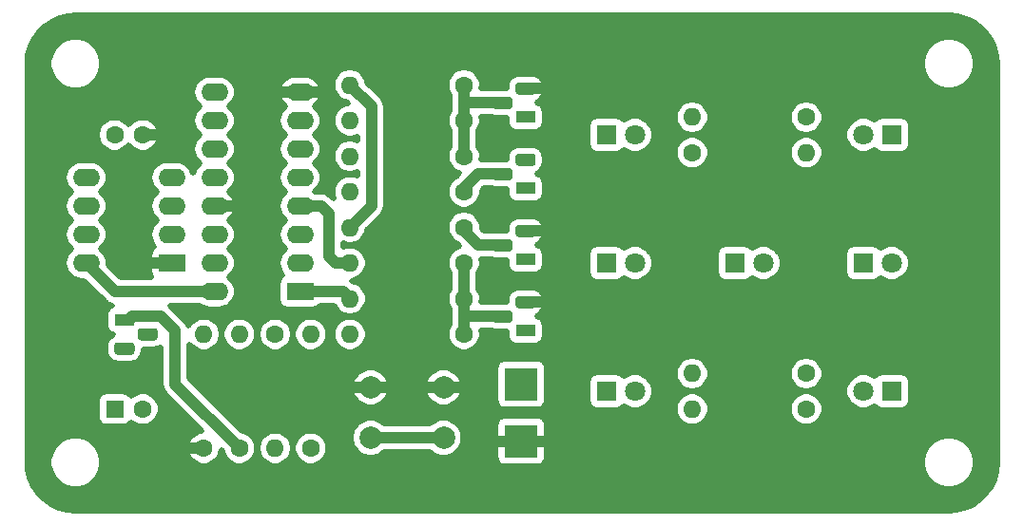
<source format=gbr>
%TF.GenerationSoftware,KiCad,Pcbnew,(5.1.6)-1*%
%TF.CreationDate,2021-03-10T22:21:53+01:00*%
%TF.ProjectId,555_Dice,3535355f-4469-4636-952e-6b696361645f,rev?*%
%TF.SameCoordinates,Original*%
%TF.FileFunction,Copper,L2,Bot*%
%TF.FilePolarity,Positive*%
%FSLAX46Y46*%
G04 Gerber Fmt 4.6, Leading zero omitted, Abs format (unit mm)*
G04 Created by KiCad (PCBNEW (5.1.6)-1) date 2021-03-10 22:21:53*
%MOMM*%
%LPD*%
G01*
G04 APERTURE LIST*
%TA.AperFunction,ComponentPad*%
%ADD10R,3.000000X3.000000*%
%TD*%
%TA.AperFunction,ComponentPad*%
%ADD11O,1.600000X1.600000*%
%TD*%
%TA.AperFunction,ComponentPad*%
%ADD12C,1.600000*%
%TD*%
%TA.AperFunction,ComponentPad*%
%ADD13C,2.000000*%
%TD*%
%TA.AperFunction,ComponentPad*%
%ADD14C,1.800000*%
%TD*%
%TA.AperFunction,ComponentPad*%
%ADD15R,1.800000X1.800000*%
%TD*%
%TA.AperFunction,ComponentPad*%
%ADD16R,1.800000X1.100000*%
%TD*%
%TA.AperFunction,ComponentPad*%
%ADD17R,1.600000X1.600000*%
%TD*%
%TA.AperFunction,ComponentPad*%
%ADD18R,2.400000X1.600000*%
%TD*%
%TA.AperFunction,ComponentPad*%
%ADD19O,2.400000X1.600000*%
%TD*%
%TA.AperFunction,Conductor*%
%ADD20C,1.000000*%
%TD*%
%TA.AperFunction,Conductor*%
%ADD21C,0.508000*%
%TD*%
G04 APERTURE END LIST*
D10*
%TO.P,BT1,2*%
%TO.N,GND*%
X118490000Y-80875000D03*
%TO.P,BT1,1*%
%TO.N,+9V*%
X118490000Y-75795000D03*
%TD*%
D11*
%TO.P,R16,2*%
%TO.N,Net-(Q5-Pad1)*%
X133730000Y-78017500D03*
D12*
%TO.P,R16,1*%
%TO.N,Net-(D4-Pad1)*%
X143890000Y-78017500D03*
%TD*%
D11*
%TO.P,R15,2*%
%TO.N,Net-(D3-Pad2)*%
X133730000Y-74842500D03*
D12*
%TO.P,R15,1*%
%TO.N,Net-(D5-Pad1)*%
X143890000Y-74842500D03*
%TD*%
D11*
%TO.P,R14,2*%
%TO.N,Net-(D2-Pad2)*%
X143890000Y-55157500D03*
D12*
%TO.P,R14,1*%
%TO.N,Net-(Q3-Pad1)*%
X133730000Y-55157500D03*
%TD*%
D11*
%TO.P,R13,2*%
%TO.N,Net-(D1-Pad2)*%
X133730000Y-51982500D03*
D12*
%TO.P,R13,1*%
%TO.N,Net-(D7-Pad1)*%
X143890000Y-51982500D03*
%TD*%
D11*
%TO.P,R12,2*%
%TO.N,5*%
X103250000Y-71350000D03*
D12*
%TO.P,R12,1*%
%TO.N,Net-(Q5-Pad2)*%
X113410000Y-71350000D03*
%TD*%
D11*
%TO.P,R11,2*%
%TO.N,1*%
X103250000Y-68175000D03*
D12*
%TO.P,R11,1*%
%TO.N,Net-(Q5-Pad2)*%
X113410000Y-68175000D03*
%TD*%
D11*
%TO.P,R10,2*%
%TO.N,3*%
X103250000Y-65000000D03*
D12*
%TO.P,R10,1*%
%TO.N,Net-(Q5-Pad2)*%
X113410000Y-65000000D03*
%TD*%
D11*
%TO.P,R9,2*%
%TO.N,6*%
X103250000Y-61825000D03*
D12*
%TO.P,R9,1*%
%TO.N,Net-(Q4-Pad2)*%
X113410000Y-61825000D03*
%TD*%
D11*
%TO.P,R8,2*%
%TO.N,1*%
X103250000Y-58650000D03*
D12*
%TO.P,R8,1*%
%TO.N,Net-(Q3-Pad2)*%
X113410000Y-58650000D03*
%TD*%
D11*
%TO.P,R7,2*%
%TO.N,5*%
X103250000Y-55475000D03*
D12*
%TO.P,R7,1*%
%TO.N,Net-(Q2-Pad2)*%
X113410000Y-55475000D03*
%TD*%
D11*
%TO.P,R6,2*%
%TO.N,4*%
X103250000Y-52300000D03*
D12*
%TO.P,R6,1*%
%TO.N,Net-(Q2-Pad2)*%
X113410000Y-52300000D03*
%TD*%
D11*
%TO.P,R5,2*%
%TO.N,6*%
X103250000Y-49125000D03*
D12*
%TO.P,R5,1*%
%TO.N,Net-(Q2-Pad2)*%
X113410000Y-49125000D03*
%TD*%
D11*
%TO.P,R4,2*%
%TO.N,Net-(Q1-Pad2)*%
X99757500Y-71350000D03*
D12*
%TO.P,R4,1*%
%TO.N,+9V*%
X99757500Y-81510000D03*
%TD*%
D11*
%TO.P,R3,2*%
%TO.N,Net-(C2-Pad2)*%
X96582500Y-81510000D03*
D12*
%TO.P,R3,1*%
%TO.N,Net-(Q1-Pad2)*%
X96582500Y-71350000D03*
%TD*%
D11*
%TO.P,R2,2*%
%TO.N,Net-(C1-Pad1)*%
X93407500Y-71350000D03*
D12*
%TO.P,R2,1*%
%TO.N,Net-(Q1-Pad1)*%
X93407500Y-81510000D03*
%TD*%
D11*
%TO.P,R1,2*%
%TO.N,Net-(C1-Pad1)*%
X90232500Y-71350000D03*
D12*
%TO.P,R1,1*%
%TO.N,GND*%
X90232500Y-81510000D03*
%TD*%
D13*
%TO.P,SW1,1*%
%TO.N,GND*%
X111580000Y-76085000D03*
%TO.P,SW1,2*%
%TO.N,Net-(C2-Pad2)*%
X111580000Y-80585000D03*
%TO.P,SW1,1*%
%TO.N,GND*%
X105080000Y-76085000D03*
%TO.P,SW1,2*%
%TO.N,Net-(C2-Pad2)*%
X105080000Y-80585000D03*
%TD*%
D14*
%TO.P,D7,2*%
%TO.N,+9V*%
X148970000Y-76430000D03*
D15*
%TO.P,D7,1*%
%TO.N,Net-(D7-Pad1)*%
X151510000Y-76430000D03*
%TD*%
D14*
%TO.P,D6,2*%
%TO.N,Net-(D2-Pad1)*%
X128650000Y-76430000D03*
D15*
%TO.P,D6,1*%
%TO.N,GND*%
X126110000Y-76430000D03*
%TD*%
D14*
%TO.P,D5,2*%
%TO.N,+9V*%
X151510000Y-65000000D03*
D15*
%TO.P,D5,1*%
%TO.N,Net-(D5-Pad1)*%
X148970000Y-65000000D03*
%TD*%
D14*
%TO.P,D4,2*%
%TO.N,+9V*%
X140080000Y-65000000D03*
D15*
%TO.P,D4,1*%
%TO.N,Net-(D4-Pad1)*%
X137540000Y-65000000D03*
%TD*%
D14*
%TO.P,D3,2*%
%TO.N,Net-(D3-Pad2)*%
X128650000Y-65000000D03*
D15*
%TO.P,D3,1*%
%TO.N,Net-(D3-Pad1)*%
X126110000Y-65000000D03*
%TD*%
D14*
%TO.P,D2,2*%
%TO.N,Net-(D2-Pad2)*%
X148970000Y-53570000D03*
D15*
%TO.P,D2,1*%
%TO.N,Net-(D2-Pad1)*%
X151510000Y-53570000D03*
%TD*%
D14*
%TO.P,D1,2*%
%TO.N,Net-(D1-Pad2)*%
X128650000Y-53570000D03*
D15*
%TO.P,D1,1*%
%TO.N,Net-(D1-Pad1)*%
X126110000Y-53570000D03*
%TD*%
%TO.P,Q4,2*%
%TO.N,Net-(Q4-Pad2)*%
%TA.AperFunction,ComponentPad*%
G36*
G01*
X117445000Y-63962500D02*
X116195000Y-63962500D01*
G75*
G02*
X115920000Y-63687500I0J275000D01*
G01*
X115920000Y-63137500D01*
G75*
G02*
X116195000Y-62862500I275000J0D01*
G01*
X117445000Y-62862500D01*
G75*
G02*
X117720000Y-63137500I0J-275000D01*
G01*
X117720000Y-63687500D01*
G75*
G02*
X117445000Y-63962500I-275000J0D01*
G01*
G37*
%TD.AperFunction*%
%TO.P,Q4,3*%
%TO.N,GND*%
%TA.AperFunction,ComponentPad*%
G36*
G01*
X119515000Y-62692500D02*
X118265000Y-62692500D01*
G75*
G02*
X117990000Y-62417500I0J275000D01*
G01*
X117990000Y-61867500D01*
G75*
G02*
X118265000Y-61592500I275000J0D01*
G01*
X119515000Y-61592500D01*
G75*
G02*
X119790000Y-61867500I0J-275000D01*
G01*
X119790000Y-62417500D01*
G75*
G02*
X119515000Y-62692500I-275000J0D01*
G01*
G37*
%TD.AperFunction*%
D16*
%TO.P,Q4,1*%
%TO.N,Net-(D3-Pad1)*%
X118890000Y-64682500D03*
%TD*%
D12*
%TO.P,C1,2*%
%TO.N,GND*%
X84795000Y-53570000D03*
%TO.P,C1,1*%
%TO.N,Net-(C1-Pad1)*%
X82295000Y-53570000D03*
%TD*%
%TO.P,C2,2*%
%TO.N,Net-(C2-Pad2)*%
X84795000Y-78017500D03*
D17*
%TO.P,C2,1*%
%TO.N,+9V*%
X82295000Y-78017500D03*
%TD*%
%TO.P,Q5,2*%
%TO.N,Net-(Q5-Pad2)*%
%TA.AperFunction,ComponentPad*%
G36*
G01*
X117445000Y-70312500D02*
X116195000Y-70312500D01*
G75*
G02*
X115920000Y-70037500I0J275000D01*
G01*
X115920000Y-69487500D01*
G75*
G02*
X116195000Y-69212500I275000J0D01*
G01*
X117445000Y-69212500D01*
G75*
G02*
X117720000Y-69487500I0J-275000D01*
G01*
X117720000Y-70037500D01*
G75*
G02*
X117445000Y-70312500I-275000J0D01*
G01*
G37*
%TD.AperFunction*%
%TO.P,Q5,3*%
%TO.N,GND*%
%TA.AperFunction,ComponentPad*%
G36*
G01*
X119515000Y-69042500D02*
X118265000Y-69042500D01*
G75*
G02*
X117990000Y-68767500I0J275000D01*
G01*
X117990000Y-68217500D01*
G75*
G02*
X118265000Y-67942500I275000J0D01*
G01*
X119515000Y-67942500D01*
G75*
G02*
X119790000Y-68217500I0J-275000D01*
G01*
X119790000Y-68767500D01*
G75*
G02*
X119515000Y-69042500I-275000J0D01*
G01*
G37*
%TD.AperFunction*%
D16*
%TO.P,Q5,1*%
%TO.N,Net-(Q5-Pad1)*%
X118890000Y-71032500D03*
%TD*%
%TO.P,Q2,2*%
%TO.N,Net-(Q2-Pad2)*%
%TA.AperFunction,ComponentPad*%
G36*
G01*
X117445000Y-51262500D02*
X116195000Y-51262500D01*
G75*
G02*
X115920000Y-50987500I0J275000D01*
G01*
X115920000Y-50437500D01*
G75*
G02*
X116195000Y-50162500I275000J0D01*
G01*
X117445000Y-50162500D01*
G75*
G02*
X117720000Y-50437500I0J-275000D01*
G01*
X117720000Y-50987500D01*
G75*
G02*
X117445000Y-51262500I-275000J0D01*
G01*
G37*
%TD.AperFunction*%
%TO.P,Q2,3*%
%TO.N,GND*%
%TA.AperFunction,ComponentPad*%
G36*
G01*
X119515000Y-49992500D02*
X118265000Y-49992500D01*
G75*
G02*
X117990000Y-49717500I0J275000D01*
G01*
X117990000Y-49167500D01*
G75*
G02*
X118265000Y-48892500I275000J0D01*
G01*
X119515000Y-48892500D01*
G75*
G02*
X119790000Y-49167500I0J-275000D01*
G01*
X119790000Y-49717500D01*
G75*
G02*
X119515000Y-49992500I-275000J0D01*
G01*
G37*
%TD.AperFunction*%
%TO.P,Q2,1*%
%TO.N,Net-(D1-Pad1)*%
X118890000Y-51982500D03*
%TD*%
%TO.P,Q3,2*%
%TO.N,Net-(Q3-Pad2)*%
%TA.AperFunction,ComponentPad*%
G36*
G01*
X117445000Y-57612500D02*
X116195000Y-57612500D01*
G75*
G02*
X115920000Y-57337500I0J275000D01*
G01*
X115920000Y-56787500D01*
G75*
G02*
X116195000Y-56512500I275000J0D01*
G01*
X117445000Y-56512500D01*
G75*
G02*
X117720000Y-56787500I0J-275000D01*
G01*
X117720000Y-57337500D01*
G75*
G02*
X117445000Y-57612500I-275000J0D01*
G01*
G37*
%TD.AperFunction*%
%TO.P,Q3,3*%
%TO.N,+9V*%
%TA.AperFunction,ComponentPad*%
G36*
G01*
X119515000Y-56342500D02*
X118265000Y-56342500D01*
G75*
G02*
X117990000Y-56067500I0J275000D01*
G01*
X117990000Y-55517500D01*
G75*
G02*
X118265000Y-55242500I275000J0D01*
G01*
X119515000Y-55242500D01*
G75*
G02*
X119790000Y-55517500I0J-275000D01*
G01*
X119790000Y-56067500D01*
G75*
G02*
X119515000Y-56342500I-275000J0D01*
G01*
G37*
%TD.AperFunction*%
%TO.P,Q3,1*%
%TO.N,Net-(Q3-Pad1)*%
X118890000Y-58332500D03*
%TD*%
%TO.P,Q1,2*%
%TO.N,Net-(Q1-Pad2)*%
%TA.AperFunction,ComponentPad*%
G36*
G01*
X84610000Y-70800000D02*
X85860000Y-70800000D01*
G75*
G02*
X86135000Y-71075000I0J-275000D01*
G01*
X86135000Y-71625000D01*
G75*
G02*
X85860000Y-71900000I-275000J0D01*
G01*
X84610000Y-71900000D01*
G75*
G02*
X84335000Y-71625000I0J275000D01*
G01*
X84335000Y-71075000D01*
G75*
G02*
X84610000Y-70800000I275000J0D01*
G01*
G37*
%TD.AperFunction*%
%TO.P,Q1,3*%
%TO.N,+9V*%
%TA.AperFunction,ComponentPad*%
G36*
G01*
X82540000Y-72070000D02*
X83790000Y-72070000D01*
G75*
G02*
X84065000Y-72345000I0J-275000D01*
G01*
X84065000Y-72895000D01*
G75*
G02*
X83790000Y-73170000I-275000J0D01*
G01*
X82540000Y-73170000D01*
G75*
G02*
X82265000Y-72895000I0J275000D01*
G01*
X82265000Y-72345000D01*
G75*
G02*
X82540000Y-72070000I275000J0D01*
G01*
G37*
%TD.AperFunction*%
%TO.P,Q1,1*%
%TO.N,Net-(Q1-Pad1)*%
X83165000Y-70080000D03*
%TD*%
D18*
%TO.P,U2,1*%
%TO.N,1*%
X98805000Y-67540000D03*
D19*
%TO.P,U2,9*%
%TO.N,Net-(U2-Pad9)*%
X91185000Y-49760000D03*
%TO.P,U2,2*%
%TO.N,2*%
X98805000Y-65000000D03*
%TO.P,U2,10*%
%TO.N,6*%
X91185000Y-52300000D03*
%TO.P,U2,3*%
%TO.N,5*%
X98805000Y-62460000D03*
%TO.P,U2,11*%
%TO.N,Net-(U2-Pad11)*%
X91185000Y-54840000D03*
%TO.P,U2,4*%
%TO.N,3*%
X98805000Y-59920000D03*
%TO.P,U2,12*%
%TO.N,Net-(U2-Pad12)*%
X91185000Y-57380000D03*
%TO.P,U2,5*%
%TO.N,Net-(U2-Pad15)*%
X98805000Y-57380000D03*
%TO.P,U2,13*%
%TO.N,GND*%
X91185000Y-59920000D03*
%TO.P,U2,6*%
%TO.N,Net-(U2-Pad6)*%
X98805000Y-54840000D03*
%TO.P,U2,14*%
%TO.N,Net-(U1-Pad3)*%
X91185000Y-62460000D03*
%TO.P,U2,7*%
%TO.N,4*%
X98805000Y-52300000D03*
%TO.P,U2,15*%
%TO.N,Net-(U2-Pad15)*%
X91185000Y-65000000D03*
%TO.P,U2,8*%
%TO.N,GND*%
X98805000Y-49760000D03*
%TO.P,U2,16*%
%TO.N,+9V*%
X91185000Y-67540000D03*
%TD*%
%TO.P,U1,8*%
%TO.N,+9V*%
X79755000Y-65000000D03*
%TO.P,U1,4*%
X87375000Y-57380000D03*
%TO.P,U1,7*%
%TO.N,Net-(C1-Pad1)*%
X79755000Y-62460000D03*
%TO.P,U1,3*%
%TO.N,Net-(U1-Pad3)*%
X87375000Y-59920000D03*
%TO.P,U1,6*%
%TO.N,Net-(C1-Pad1)*%
X79755000Y-59920000D03*
%TO.P,U1,2*%
X87375000Y-62460000D03*
%TO.P,U1,5*%
%TO.N,Net-(U1-Pad5)*%
X79755000Y-57380000D03*
D18*
%TO.P,U1,1*%
%TO.N,GND*%
X87375000Y-65000000D03*
%TD*%
D20*
%TO.N,+9V*%
X82295000Y-67540000D02*
X79755000Y-65000000D01*
X91185000Y-67540000D02*
X82295000Y-67540000D01*
%TO.N,GND*%
X98805000Y-49760000D02*
X96900000Y-49760000D01*
X98805000Y-49760000D02*
X100710000Y-49760000D01*
X118490000Y-68492500D02*
X121347500Y-68492500D01*
X118490000Y-49442500D02*
X121347500Y-49442500D01*
X118490000Y-62142500D02*
X119125000Y-62142500D01*
X118490000Y-62142500D02*
X121347500Y-62142500D01*
X87375000Y-65000000D02*
X85470000Y-65000000D01*
X90232500Y-81510000D02*
X88645000Y-81510000D01*
X84795000Y-53570000D02*
X86105000Y-53570000D01*
X85470000Y-65000000D02*
X84835000Y-65000000D01*
X86105000Y-53570000D02*
X87057500Y-53570000D01*
X118490000Y-80875000D02*
X115632500Y-80875000D01*
X118490000Y-80875000D02*
X121347500Y-80875000D01*
X108294000Y-76085000D02*
X111580000Y-76085000D01*
X105080000Y-76085000D02*
X108294000Y-76085000D01*
X105080000Y-76085000D02*
X103277500Y-76085000D01*
X111580000Y-76085000D02*
X113700000Y-76085000D01*
X91185000Y-59920000D02*
X93090000Y-59920000D01*
%TO.N,Net-(Q1-Pad1)*%
X87692500Y-75795000D02*
X93407500Y-81510000D01*
X87692500Y-71032500D02*
X87692500Y-75795000D01*
X86422500Y-69762500D02*
X87692500Y-71032500D01*
X83565000Y-70080000D02*
X83882500Y-69762500D01*
X83882500Y-69762500D02*
X86422500Y-69762500D01*
%TO.N,Net-(Q2-Pad2)*%
X117220000Y-50712500D02*
X113410000Y-50712500D01*
X113410000Y-49125000D02*
X113410000Y-50712500D01*
X113410000Y-52300000D02*
X113410000Y-50712500D01*
X113410000Y-52300000D02*
X113410000Y-55475000D01*
%TO.N,Net-(Q3-Pad2)*%
X113410000Y-58332500D02*
X113410000Y-58650000D01*
X117220000Y-57062500D02*
X114680000Y-57062500D01*
X114680000Y-57062500D02*
X113410000Y-58332500D01*
%TO.N,Net-(Q4-Pad2)*%
X113410000Y-62142500D02*
X113410000Y-61825000D01*
X117220000Y-63412500D02*
X114680000Y-63412500D01*
X114680000Y-63412500D02*
X113410000Y-62142500D01*
%TO.N,Net-(Q5-Pad2)*%
X113410000Y-71350000D02*
X113410000Y-65000000D01*
X117220000Y-69762500D02*
X113410000Y-69762500D01*
%TO.N,1*%
X102615000Y-67540000D02*
X103250000Y-68175000D01*
X98805000Y-67540000D02*
X102615000Y-67540000D01*
%TO.N,3*%
X101345000Y-60555000D02*
X100710000Y-59920000D01*
X101345000Y-64365000D02*
X101345000Y-60555000D01*
X100710000Y-59920000D02*
X98805000Y-59920000D01*
X103250000Y-65000000D02*
X101980000Y-65000000D01*
X101980000Y-65000000D02*
X101345000Y-64365000D01*
%TO.N,6*%
X103250000Y-61825000D02*
X105155000Y-59920000D01*
X105155000Y-59920000D02*
X105155000Y-51030000D01*
X105155000Y-51030000D02*
X103250000Y-49125000D01*
%TO.N,Net-(C2-Pad2)*%
X105080000Y-80585000D02*
X111580000Y-80585000D01*
%TD*%
D21*
%TO.N,GND*%
G36*
X157349667Y-42997926D02*
G01*
X158085332Y-43199181D01*
X158773722Y-43527527D01*
X159393091Y-43972588D01*
X159923858Y-44520297D01*
X160349245Y-45153340D01*
X160655806Y-45851705D01*
X160835305Y-46599376D01*
X160883000Y-47248852D01*
X160883001Y-82744943D01*
X160812074Y-83539669D01*
X160610819Y-84275332D01*
X160282473Y-84963723D01*
X159837412Y-85583092D01*
X159289703Y-86113857D01*
X158656661Y-86539244D01*
X157958295Y-86845805D01*
X157210623Y-87025305D01*
X156561148Y-87073000D01*
X78837546Y-87073000D01*
X78042831Y-87002074D01*
X77307168Y-86800819D01*
X76618777Y-86472473D01*
X75999408Y-86027412D01*
X75468643Y-85479703D01*
X75043256Y-84846661D01*
X74736695Y-84148295D01*
X74557195Y-83400623D01*
X74509500Y-82751148D01*
X74509500Y-82547363D01*
X76440500Y-82547363D01*
X76440500Y-83012637D01*
X76531270Y-83468970D01*
X76709322Y-83898827D01*
X76967815Y-84285687D01*
X77296813Y-84614685D01*
X77683673Y-84873178D01*
X78113530Y-85051230D01*
X78569863Y-85142000D01*
X79035137Y-85142000D01*
X79491470Y-85051230D01*
X79921327Y-84873178D01*
X80308187Y-84614685D01*
X80637185Y-84285687D01*
X80895678Y-83898827D01*
X81073730Y-83468970D01*
X81164500Y-83012637D01*
X81164500Y-82547363D01*
X81073730Y-82091030D01*
X80895678Y-81661173D01*
X80637185Y-81274313D01*
X80308187Y-80945315D01*
X79921327Y-80686822D01*
X79491470Y-80508770D01*
X79035137Y-80418000D01*
X78569863Y-80418000D01*
X78113530Y-80508770D01*
X77683673Y-80686822D01*
X77296813Y-80945315D01*
X76967815Y-81274313D01*
X76709322Y-81661173D01*
X76531270Y-82091030D01*
X76440500Y-82547363D01*
X74509500Y-82547363D01*
X74509500Y-77217500D01*
X80729314Y-77217500D01*
X80729314Y-78817500D01*
X80744026Y-78966878D01*
X80787598Y-79110515D01*
X80858355Y-79242892D01*
X80953578Y-79358922D01*
X81069608Y-79454145D01*
X81201985Y-79524902D01*
X81345622Y-79568474D01*
X81495000Y-79583186D01*
X83095000Y-79583186D01*
X83244378Y-79568474D01*
X83388015Y-79524902D01*
X83520392Y-79454145D01*
X83636422Y-79358922D01*
X83731645Y-79242892D01*
X83759422Y-79190924D01*
X83799283Y-79230785D01*
X84055115Y-79401727D01*
X84339381Y-79519473D01*
X84641156Y-79579500D01*
X84948844Y-79579500D01*
X85250619Y-79519473D01*
X85534885Y-79401727D01*
X85790717Y-79230785D01*
X86008285Y-79013217D01*
X86179227Y-78757385D01*
X86296973Y-78473119D01*
X86357000Y-78171344D01*
X86357000Y-77863656D01*
X86296973Y-77561881D01*
X86179227Y-77277615D01*
X86008285Y-77021783D01*
X85790717Y-76804215D01*
X85534885Y-76633273D01*
X85250619Y-76515527D01*
X84948844Y-76455500D01*
X84641156Y-76455500D01*
X84339381Y-76515527D01*
X84055115Y-76633273D01*
X83799283Y-76804215D01*
X83759422Y-76844076D01*
X83731645Y-76792108D01*
X83636422Y-76676078D01*
X83520392Y-76580855D01*
X83388015Y-76510098D01*
X83244378Y-76466526D01*
X83095000Y-76451814D01*
X81495000Y-76451814D01*
X81345622Y-76466526D01*
X81201985Y-76510098D01*
X81069608Y-76580855D01*
X80953578Y-76676078D01*
X80858355Y-76792108D01*
X80787598Y-76924485D01*
X80744026Y-77068122D01*
X80729314Y-77217500D01*
X74509500Y-77217500D01*
X74509500Y-57380000D01*
X77785443Y-57380000D01*
X77815602Y-57686205D01*
X77904918Y-57980643D01*
X78049961Y-58251999D01*
X78245156Y-58489844D01*
X78440306Y-58650000D01*
X78245156Y-58810156D01*
X78049961Y-59048001D01*
X77904918Y-59319357D01*
X77815602Y-59613795D01*
X77785443Y-59920000D01*
X77815602Y-60226205D01*
X77904918Y-60520643D01*
X78049961Y-60791999D01*
X78245156Y-61029844D01*
X78440306Y-61190000D01*
X78245156Y-61350156D01*
X78049961Y-61588001D01*
X77904918Y-61859357D01*
X77815602Y-62153795D01*
X77785443Y-62460000D01*
X77815602Y-62766205D01*
X77904918Y-63060643D01*
X78049961Y-63331999D01*
X78245156Y-63569844D01*
X78440306Y-63730000D01*
X78245156Y-63890156D01*
X78049961Y-64128001D01*
X77904918Y-64399357D01*
X77815602Y-64693795D01*
X77785443Y-65000000D01*
X77815602Y-65306205D01*
X77904918Y-65600643D01*
X78049961Y-65871999D01*
X78245156Y-66109844D01*
X78483001Y-66305039D01*
X78754357Y-66450082D01*
X79048795Y-66539398D01*
X79278274Y-66562000D01*
X79532263Y-66562000D01*
X81358798Y-68388536D01*
X81398314Y-68436686D01*
X81446464Y-68476202D01*
X81446468Y-68476206D01*
X81563063Y-68571893D01*
X81590478Y-68594392D01*
X81809717Y-68711577D01*
X82047605Y-68783740D01*
X82087220Y-68787642D01*
X81971985Y-68822598D01*
X81839608Y-68893355D01*
X81723578Y-68988578D01*
X81628355Y-69104608D01*
X81557598Y-69236985D01*
X81514026Y-69380622D01*
X81499314Y-69530000D01*
X81499314Y-70630000D01*
X81514026Y-70779378D01*
X81557598Y-70923015D01*
X81628355Y-71055392D01*
X81723578Y-71171422D01*
X81839608Y-71266645D01*
X81971985Y-71337402D01*
X82115622Y-71380974D01*
X82141723Y-71383545D01*
X81961826Y-71479701D01*
X81804124Y-71609124D01*
X81674701Y-71766826D01*
X81578532Y-71946747D01*
X81519310Y-72141972D01*
X81499314Y-72345000D01*
X81499314Y-72895000D01*
X81519310Y-73098028D01*
X81578532Y-73293253D01*
X81674701Y-73473174D01*
X81804124Y-73630876D01*
X81961826Y-73760299D01*
X82141747Y-73856468D01*
X82336972Y-73915690D01*
X82540000Y-73935686D01*
X83790000Y-73935686D01*
X83993028Y-73915690D01*
X84188253Y-73856468D01*
X84368174Y-73760299D01*
X84525876Y-73630876D01*
X84655299Y-73473174D01*
X84751468Y-73293253D01*
X84810690Y-73098028D01*
X84830686Y-72895000D01*
X84830686Y-72665686D01*
X85860000Y-72665686D01*
X86063028Y-72645690D01*
X86258253Y-72586468D01*
X86430500Y-72494401D01*
X86430501Y-75733002D01*
X86424395Y-75795000D01*
X86448760Y-76042395D01*
X86504678Y-76226727D01*
X86520924Y-76280283D01*
X86638109Y-76499522D01*
X86795815Y-76691686D01*
X86843970Y-76731206D01*
X90063732Y-79950969D01*
X89776881Y-80008027D01*
X89492615Y-80125773D01*
X89236783Y-80296715D01*
X89019215Y-80514283D01*
X88848273Y-80770115D01*
X88730527Y-81054381D01*
X88670500Y-81356156D01*
X88670500Y-81663844D01*
X88730527Y-81965619D01*
X88848273Y-82249885D01*
X89019215Y-82505717D01*
X89236783Y-82723285D01*
X89492615Y-82894227D01*
X89776881Y-83011973D01*
X90078656Y-83072000D01*
X90386344Y-83072000D01*
X90688119Y-83011973D01*
X90972385Y-82894227D01*
X91228217Y-82723285D01*
X91445785Y-82505717D01*
X91616727Y-82249885D01*
X91734473Y-81965619D01*
X91791531Y-81678768D01*
X91862606Y-81749843D01*
X91905527Y-81965619D01*
X92023273Y-82249885D01*
X92194215Y-82505717D01*
X92411783Y-82723285D01*
X92667615Y-82894227D01*
X92951881Y-83011973D01*
X93253656Y-83072000D01*
X93561344Y-83072000D01*
X93863119Y-83011973D01*
X94147385Y-82894227D01*
X94403217Y-82723285D01*
X94620785Y-82505717D01*
X94791727Y-82249885D01*
X94909473Y-81965619D01*
X94969500Y-81663844D01*
X94969500Y-81356156D01*
X95020500Y-81356156D01*
X95020500Y-81663844D01*
X95080527Y-81965619D01*
X95198273Y-82249885D01*
X95369215Y-82505717D01*
X95586783Y-82723285D01*
X95842615Y-82894227D01*
X96126881Y-83011973D01*
X96428656Y-83072000D01*
X96736344Y-83072000D01*
X97038119Y-83011973D01*
X97322385Y-82894227D01*
X97578217Y-82723285D01*
X97795785Y-82505717D01*
X97966727Y-82249885D01*
X98084473Y-81965619D01*
X98144500Y-81663844D01*
X98144500Y-81356156D01*
X98195500Y-81356156D01*
X98195500Y-81663844D01*
X98255527Y-81965619D01*
X98373273Y-82249885D01*
X98544215Y-82505717D01*
X98761783Y-82723285D01*
X99017615Y-82894227D01*
X99301881Y-83011973D01*
X99603656Y-83072000D01*
X99911344Y-83072000D01*
X100213119Y-83011973D01*
X100497385Y-82894227D01*
X100753217Y-82723285D01*
X100970785Y-82505717D01*
X101141727Y-82249885D01*
X101259473Y-81965619D01*
X101319500Y-81663844D01*
X101319500Y-81356156D01*
X101259473Y-81054381D01*
X101141727Y-80770115D01*
X100970785Y-80514283D01*
X100867960Y-80411458D01*
X103318000Y-80411458D01*
X103318000Y-80758542D01*
X103385712Y-81098957D01*
X103518535Y-81419620D01*
X103711365Y-81708210D01*
X103956790Y-81953635D01*
X104245380Y-82146465D01*
X104566043Y-82279288D01*
X104906458Y-82347000D01*
X105253542Y-82347000D01*
X105593957Y-82279288D01*
X105914620Y-82146465D01*
X106203210Y-81953635D01*
X106309845Y-81847000D01*
X110350155Y-81847000D01*
X110456790Y-81953635D01*
X110745380Y-82146465D01*
X111066043Y-82279288D01*
X111406458Y-82347000D01*
X111753542Y-82347000D01*
X112093957Y-82279288D01*
X112414620Y-82146465D01*
X112703210Y-81953635D01*
X112948635Y-81708210D01*
X113141465Y-81419620D01*
X113274288Y-81098957D01*
X113342000Y-80758542D01*
X113342000Y-80411458D01*
X113274288Y-80071043D01*
X113141465Y-79750380D01*
X112948635Y-79461790D01*
X112861845Y-79375000D01*
X116224314Y-79375000D01*
X116224314Y-82375000D01*
X116239026Y-82524378D01*
X116282598Y-82668015D01*
X116353355Y-82800392D01*
X116448578Y-82916422D01*
X116564608Y-83011645D01*
X116696985Y-83082402D01*
X116840622Y-83125974D01*
X116990000Y-83140686D01*
X119990000Y-83140686D01*
X120139378Y-83125974D01*
X120283015Y-83082402D01*
X120415392Y-83011645D01*
X120531422Y-82916422D01*
X120626645Y-82800392D01*
X120697402Y-82668015D01*
X120734001Y-82547363D01*
X154228000Y-82547363D01*
X154228000Y-83012637D01*
X154318770Y-83468970D01*
X154496822Y-83898827D01*
X154755315Y-84285687D01*
X155084313Y-84614685D01*
X155471173Y-84873178D01*
X155901030Y-85051230D01*
X156357363Y-85142000D01*
X156822637Y-85142000D01*
X157278970Y-85051230D01*
X157708827Y-84873178D01*
X158095687Y-84614685D01*
X158424685Y-84285687D01*
X158683178Y-83898827D01*
X158861230Y-83468970D01*
X158952000Y-83012637D01*
X158952000Y-82547363D01*
X158861230Y-82091030D01*
X158683178Y-81661173D01*
X158424685Y-81274313D01*
X158095687Y-80945315D01*
X157708827Y-80686822D01*
X157278970Y-80508770D01*
X156822637Y-80418000D01*
X156357363Y-80418000D01*
X155901030Y-80508770D01*
X155471173Y-80686822D01*
X155084313Y-80945315D01*
X154755315Y-81274313D01*
X154496822Y-81661173D01*
X154318770Y-82091030D01*
X154228000Y-82547363D01*
X120734001Y-82547363D01*
X120740974Y-82524378D01*
X120755686Y-82375000D01*
X120755686Y-79375000D01*
X120740974Y-79225622D01*
X120697402Y-79081985D01*
X120626645Y-78949608D01*
X120531422Y-78833578D01*
X120415392Y-78738355D01*
X120283015Y-78667598D01*
X120139378Y-78624026D01*
X119990000Y-78609314D01*
X116990000Y-78609314D01*
X116840622Y-78624026D01*
X116696985Y-78667598D01*
X116564608Y-78738355D01*
X116448578Y-78833578D01*
X116353355Y-78949608D01*
X116282598Y-79081985D01*
X116239026Y-79225622D01*
X116224314Y-79375000D01*
X112861845Y-79375000D01*
X112703210Y-79216365D01*
X112414620Y-79023535D01*
X112093957Y-78890712D01*
X111753542Y-78823000D01*
X111406458Y-78823000D01*
X111066043Y-78890712D01*
X110745380Y-79023535D01*
X110456790Y-79216365D01*
X110350155Y-79323000D01*
X106309845Y-79323000D01*
X106203210Y-79216365D01*
X105914620Y-79023535D01*
X105593957Y-78890712D01*
X105253542Y-78823000D01*
X104906458Y-78823000D01*
X104566043Y-78890712D01*
X104245380Y-79023535D01*
X103956790Y-79216365D01*
X103711365Y-79461790D01*
X103518535Y-79750380D01*
X103385712Y-80071043D01*
X103318000Y-80411458D01*
X100867960Y-80411458D01*
X100753217Y-80296715D01*
X100497385Y-80125773D01*
X100213119Y-80008027D01*
X99911344Y-79948000D01*
X99603656Y-79948000D01*
X99301881Y-80008027D01*
X99017615Y-80125773D01*
X98761783Y-80296715D01*
X98544215Y-80514283D01*
X98373273Y-80770115D01*
X98255527Y-81054381D01*
X98195500Y-81356156D01*
X98144500Y-81356156D01*
X98084473Y-81054381D01*
X97966727Y-80770115D01*
X97795785Y-80514283D01*
X97578217Y-80296715D01*
X97322385Y-80125773D01*
X97038119Y-80008027D01*
X96736344Y-79948000D01*
X96428656Y-79948000D01*
X96126881Y-80008027D01*
X95842615Y-80125773D01*
X95586783Y-80296715D01*
X95369215Y-80514283D01*
X95198273Y-80770115D01*
X95080527Y-81054381D01*
X95020500Y-81356156D01*
X94969500Y-81356156D01*
X94909473Y-81054381D01*
X94791727Y-80770115D01*
X94620785Y-80514283D01*
X94403217Y-80296715D01*
X94147385Y-80125773D01*
X93863119Y-80008027D01*
X93647343Y-79965106D01*
X89593695Y-75911458D01*
X103318000Y-75911458D01*
X103318000Y-76258542D01*
X103385712Y-76598957D01*
X103518535Y-76919620D01*
X103711365Y-77208210D01*
X103956790Y-77453635D01*
X104245380Y-77646465D01*
X104566043Y-77779288D01*
X104906458Y-77847000D01*
X105253542Y-77847000D01*
X105593957Y-77779288D01*
X105914620Y-77646465D01*
X106203210Y-77453635D01*
X106448635Y-77208210D01*
X106641465Y-76919620D01*
X106774288Y-76598957D01*
X106842000Y-76258542D01*
X106842000Y-75911458D01*
X109818000Y-75911458D01*
X109818000Y-76258542D01*
X109885712Y-76598957D01*
X110018535Y-76919620D01*
X110211365Y-77208210D01*
X110456790Y-77453635D01*
X110745380Y-77646465D01*
X111066043Y-77779288D01*
X111406458Y-77847000D01*
X111753542Y-77847000D01*
X112093957Y-77779288D01*
X112414620Y-77646465D01*
X112703210Y-77453635D01*
X112948635Y-77208210D01*
X113141465Y-76919620D01*
X113274288Y-76598957D01*
X113342000Y-76258542D01*
X113342000Y-75911458D01*
X113274288Y-75571043D01*
X113141465Y-75250380D01*
X112948635Y-74961790D01*
X112703210Y-74716365D01*
X112414620Y-74523535D01*
X112093957Y-74390712D01*
X111753542Y-74323000D01*
X111406458Y-74323000D01*
X111066043Y-74390712D01*
X110745380Y-74523535D01*
X110456790Y-74716365D01*
X110211365Y-74961790D01*
X110018535Y-75250380D01*
X109885712Y-75571043D01*
X109818000Y-75911458D01*
X106842000Y-75911458D01*
X106774288Y-75571043D01*
X106641465Y-75250380D01*
X106448635Y-74961790D01*
X106203210Y-74716365D01*
X105914620Y-74523535D01*
X105593957Y-74390712D01*
X105253542Y-74323000D01*
X104906458Y-74323000D01*
X104566043Y-74390712D01*
X104245380Y-74523535D01*
X103956790Y-74716365D01*
X103711365Y-74961790D01*
X103518535Y-75250380D01*
X103385712Y-75571043D01*
X103318000Y-75911458D01*
X89593695Y-75911458D01*
X88954500Y-75272264D01*
X88954500Y-74295000D01*
X116224314Y-74295000D01*
X116224314Y-77295000D01*
X116239026Y-77444378D01*
X116282598Y-77588015D01*
X116353355Y-77720392D01*
X116448578Y-77836422D01*
X116564608Y-77931645D01*
X116696985Y-78002402D01*
X116840622Y-78045974D01*
X116990000Y-78060686D01*
X119990000Y-78060686D01*
X120139378Y-78045974D01*
X120283015Y-78002402D01*
X120415392Y-77931645D01*
X120531422Y-77836422D01*
X120626645Y-77720392D01*
X120697402Y-77588015D01*
X120740974Y-77444378D01*
X120755686Y-77295000D01*
X120755686Y-75530000D01*
X124444314Y-75530000D01*
X124444314Y-77330000D01*
X124459026Y-77479378D01*
X124502598Y-77623015D01*
X124573355Y-77755392D01*
X124668578Y-77871422D01*
X124784608Y-77966645D01*
X124916985Y-78037402D01*
X125060622Y-78080974D01*
X125210000Y-78095686D01*
X127010000Y-78095686D01*
X127159378Y-78080974D01*
X127303015Y-78037402D01*
X127435392Y-77966645D01*
X127551422Y-77871422D01*
X127645024Y-77757367D01*
X127862748Y-77902846D01*
X128165212Y-78028131D01*
X128486307Y-78092000D01*
X128813693Y-78092000D01*
X129134788Y-78028131D01*
X129437252Y-77902846D01*
X129495903Y-77863656D01*
X132168000Y-77863656D01*
X132168000Y-78171344D01*
X132228027Y-78473119D01*
X132345773Y-78757385D01*
X132516715Y-79013217D01*
X132734283Y-79230785D01*
X132990115Y-79401727D01*
X133274381Y-79519473D01*
X133576156Y-79579500D01*
X133883844Y-79579500D01*
X134185619Y-79519473D01*
X134469885Y-79401727D01*
X134725717Y-79230785D01*
X134943285Y-79013217D01*
X135114227Y-78757385D01*
X135231973Y-78473119D01*
X135292000Y-78171344D01*
X135292000Y-77863656D01*
X142328000Y-77863656D01*
X142328000Y-78171344D01*
X142388027Y-78473119D01*
X142505773Y-78757385D01*
X142676715Y-79013217D01*
X142894283Y-79230785D01*
X143150115Y-79401727D01*
X143434381Y-79519473D01*
X143736156Y-79579500D01*
X144043844Y-79579500D01*
X144345619Y-79519473D01*
X144629885Y-79401727D01*
X144885717Y-79230785D01*
X145103285Y-79013217D01*
X145274227Y-78757385D01*
X145391973Y-78473119D01*
X145452000Y-78171344D01*
X145452000Y-77863656D01*
X145391973Y-77561881D01*
X145274227Y-77277615D01*
X145103285Y-77021783D01*
X144885717Y-76804215D01*
X144629885Y-76633273D01*
X144345619Y-76515527D01*
X144043844Y-76455500D01*
X143736156Y-76455500D01*
X143434381Y-76515527D01*
X143150115Y-76633273D01*
X142894283Y-76804215D01*
X142676715Y-77021783D01*
X142505773Y-77277615D01*
X142388027Y-77561881D01*
X142328000Y-77863656D01*
X135292000Y-77863656D01*
X135231973Y-77561881D01*
X135114227Y-77277615D01*
X134943285Y-77021783D01*
X134725717Y-76804215D01*
X134469885Y-76633273D01*
X134185619Y-76515527D01*
X133883844Y-76455500D01*
X133576156Y-76455500D01*
X133274381Y-76515527D01*
X132990115Y-76633273D01*
X132734283Y-76804215D01*
X132516715Y-77021783D01*
X132345773Y-77277615D01*
X132228027Y-77561881D01*
X132168000Y-77863656D01*
X129495903Y-77863656D01*
X129709463Y-77720960D01*
X129940960Y-77489463D01*
X130122846Y-77217252D01*
X130248131Y-76914788D01*
X130312000Y-76593693D01*
X130312000Y-76266307D01*
X130248131Y-75945212D01*
X130122846Y-75642748D01*
X129940960Y-75370537D01*
X129709463Y-75139040D01*
X129437252Y-74957154D01*
X129134788Y-74831869D01*
X128813693Y-74768000D01*
X128486307Y-74768000D01*
X128165212Y-74831869D01*
X127862748Y-74957154D01*
X127645024Y-75102633D01*
X127551422Y-74988578D01*
X127435392Y-74893355D01*
X127303015Y-74822598D01*
X127159378Y-74779026D01*
X127010000Y-74764314D01*
X125210000Y-74764314D01*
X125060622Y-74779026D01*
X124916985Y-74822598D01*
X124784608Y-74893355D01*
X124668578Y-74988578D01*
X124573355Y-75104608D01*
X124502598Y-75236985D01*
X124459026Y-75380622D01*
X124444314Y-75530000D01*
X120755686Y-75530000D01*
X120755686Y-74688656D01*
X132168000Y-74688656D01*
X132168000Y-74996344D01*
X132228027Y-75298119D01*
X132345773Y-75582385D01*
X132516715Y-75838217D01*
X132734283Y-76055785D01*
X132990115Y-76226727D01*
X133274381Y-76344473D01*
X133576156Y-76404500D01*
X133883844Y-76404500D01*
X134185619Y-76344473D01*
X134469885Y-76226727D01*
X134725717Y-76055785D01*
X134943285Y-75838217D01*
X135114227Y-75582385D01*
X135231973Y-75298119D01*
X135292000Y-74996344D01*
X135292000Y-74688656D01*
X142328000Y-74688656D01*
X142328000Y-74996344D01*
X142388027Y-75298119D01*
X142505773Y-75582385D01*
X142676715Y-75838217D01*
X142894283Y-76055785D01*
X143150115Y-76226727D01*
X143434381Y-76344473D01*
X143736156Y-76404500D01*
X144043844Y-76404500D01*
X144345619Y-76344473D01*
X144534329Y-76266307D01*
X147308000Y-76266307D01*
X147308000Y-76593693D01*
X147371869Y-76914788D01*
X147497154Y-77217252D01*
X147679040Y-77489463D01*
X147910537Y-77720960D01*
X148182748Y-77902846D01*
X148485212Y-78028131D01*
X148806307Y-78092000D01*
X149133693Y-78092000D01*
X149454788Y-78028131D01*
X149757252Y-77902846D01*
X149974976Y-77757367D01*
X150068578Y-77871422D01*
X150184608Y-77966645D01*
X150316985Y-78037402D01*
X150460622Y-78080974D01*
X150610000Y-78095686D01*
X152410000Y-78095686D01*
X152559378Y-78080974D01*
X152703015Y-78037402D01*
X152835392Y-77966645D01*
X152951422Y-77871422D01*
X153046645Y-77755392D01*
X153117402Y-77623015D01*
X153160974Y-77479378D01*
X153175686Y-77330000D01*
X153175686Y-75530000D01*
X153160974Y-75380622D01*
X153117402Y-75236985D01*
X153046645Y-75104608D01*
X152951422Y-74988578D01*
X152835392Y-74893355D01*
X152703015Y-74822598D01*
X152559378Y-74779026D01*
X152410000Y-74764314D01*
X150610000Y-74764314D01*
X150460622Y-74779026D01*
X150316985Y-74822598D01*
X150184608Y-74893355D01*
X150068578Y-74988578D01*
X149974976Y-75102633D01*
X149757252Y-74957154D01*
X149454788Y-74831869D01*
X149133693Y-74768000D01*
X148806307Y-74768000D01*
X148485212Y-74831869D01*
X148182748Y-74957154D01*
X147910537Y-75139040D01*
X147679040Y-75370537D01*
X147497154Y-75642748D01*
X147371869Y-75945212D01*
X147308000Y-76266307D01*
X144534329Y-76266307D01*
X144629885Y-76226727D01*
X144885717Y-76055785D01*
X145103285Y-75838217D01*
X145274227Y-75582385D01*
X145391973Y-75298119D01*
X145452000Y-74996344D01*
X145452000Y-74688656D01*
X145391973Y-74386881D01*
X145274227Y-74102615D01*
X145103285Y-73846783D01*
X144885717Y-73629215D01*
X144629885Y-73458273D01*
X144345619Y-73340527D01*
X144043844Y-73280500D01*
X143736156Y-73280500D01*
X143434381Y-73340527D01*
X143150115Y-73458273D01*
X142894283Y-73629215D01*
X142676715Y-73846783D01*
X142505773Y-74102615D01*
X142388027Y-74386881D01*
X142328000Y-74688656D01*
X135292000Y-74688656D01*
X135231973Y-74386881D01*
X135114227Y-74102615D01*
X134943285Y-73846783D01*
X134725717Y-73629215D01*
X134469885Y-73458273D01*
X134185619Y-73340527D01*
X133883844Y-73280500D01*
X133576156Y-73280500D01*
X133274381Y-73340527D01*
X132990115Y-73458273D01*
X132734283Y-73629215D01*
X132516715Y-73846783D01*
X132345773Y-74102615D01*
X132228027Y-74386881D01*
X132168000Y-74688656D01*
X120755686Y-74688656D01*
X120755686Y-74295000D01*
X120740974Y-74145622D01*
X120697402Y-74001985D01*
X120626645Y-73869608D01*
X120531422Y-73753578D01*
X120415392Y-73658355D01*
X120283015Y-73587598D01*
X120139378Y-73544026D01*
X119990000Y-73529314D01*
X116990000Y-73529314D01*
X116840622Y-73544026D01*
X116696985Y-73587598D01*
X116564608Y-73658355D01*
X116448578Y-73753578D01*
X116353355Y-73869608D01*
X116282598Y-74001985D01*
X116239026Y-74145622D01*
X116224314Y-74295000D01*
X88954500Y-74295000D01*
X88954500Y-72248864D01*
X89019215Y-72345717D01*
X89236783Y-72563285D01*
X89492615Y-72734227D01*
X89776881Y-72851973D01*
X90078656Y-72912000D01*
X90386344Y-72912000D01*
X90688119Y-72851973D01*
X90972385Y-72734227D01*
X91228217Y-72563285D01*
X91445785Y-72345717D01*
X91616727Y-72089885D01*
X91734473Y-71805619D01*
X91794500Y-71503844D01*
X91794500Y-71196156D01*
X91845500Y-71196156D01*
X91845500Y-71503844D01*
X91905527Y-71805619D01*
X92023273Y-72089885D01*
X92194215Y-72345717D01*
X92411783Y-72563285D01*
X92667615Y-72734227D01*
X92951881Y-72851973D01*
X93253656Y-72912000D01*
X93561344Y-72912000D01*
X93863119Y-72851973D01*
X94147385Y-72734227D01*
X94403217Y-72563285D01*
X94620785Y-72345717D01*
X94791727Y-72089885D01*
X94909473Y-71805619D01*
X94969500Y-71503844D01*
X94969500Y-71196156D01*
X95020500Y-71196156D01*
X95020500Y-71503844D01*
X95080527Y-71805619D01*
X95198273Y-72089885D01*
X95369215Y-72345717D01*
X95586783Y-72563285D01*
X95842615Y-72734227D01*
X96126881Y-72851973D01*
X96428656Y-72912000D01*
X96736344Y-72912000D01*
X97038119Y-72851973D01*
X97322385Y-72734227D01*
X97578217Y-72563285D01*
X97795785Y-72345717D01*
X97966727Y-72089885D01*
X98084473Y-71805619D01*
X98144500Y-71503844D01*
X98144500Y-71196156D01*
X98195500Y-71196156D01*
X98195500Y-71503844D01*
X98255527Y-71805619D01*
X98373273Y-72089885D01*
X98544215Y-72345717D01*
X98761783Y-72563285D01*
X99017615Y-72734227D01*
X99301881Y-72851973D01*
X99603656Y-72912000D01*
X99911344Y-72912000D01*
X100213119Y-72851973D01*
X100497385Y-72734227D01*
X100753217Y-72563285D01*
X100970785Y-72345717D01*
X101141727Y-72089885D01*
X101259473Y-71805619D01*
X101319500Y-71503844D01*
X101319500Y-71196156D01*
X101688000Y-71196156D01*
X101688000Y-71503844D01*
X101748027Y-71805619D01*
X101865773Y-72089885D01*
X102036715Y-72345717D01*
X102254283Y-72563285D01*
X102510115Y-72734227D01*
X102794381Y-72851973D01*
X103096156Y-72912000D01*
X103403844Y-72912000D01*
X103705619Y-72851973D01*
X103989885Y-72734227D01*
X104245717Y-72563285D01*
X104463285Y-72345717D01*
X104634227Y-72089885D01*
X104751973Y-71805619D01*
X104812000Y-71503844D01*
X104812000Y-71196156D01*
X104751973Y-70894381D01*
X104634227Y-70610115D01*
X104463285Y-70354283D01*
X104245717Y-70136715D01*
X103989885Y-69965773D01*
X103705619Y-69848027D01*
X103403844Y-69788000D01*
X103096156Y-69788000D01*
X102794381Y-69848027D01*
X102510115Y-69965773D01*
X102254283Y-70136715D01*
X102036715Y-70354283D01*
X101865773Y-70610115D01*
X101748027Y-70894381D01*
X101688000Y-71196156D01*
X101319500Y-71196156D01*
X101259473Y-70894381D01*
X101141727Y-70610115D01*
X100970785Y-70354283D01*
X100753217Y-70136715D01*
X100497385Y-69965773D01*
X100213119Y-69848027D01*
X99911344Y-69788000D01*
X99603656Y-69788000D01*
X99301881Y-69848027D01*
X99017615Y-69965773D01*
X98761783Y-70136715D01*
X98544215Y-70354283D01*
X98373273Y-70610115D01*
X98255527Y-70894381D01*
X98195500Y-71196156D01*
X98144500Y-71196156D01*
X98084473Y-70894381D01*
X97966727Y-70610115D01*
X97795785Y-70354283D01*
X97578217Y-70136715D01*
X97322385Y-69965773D01*
X97038119Y-69848027D01*
X96736344Y-69788000D01*
X96428656Y-69788000D01*
X96126881Y-69848027D01*
X95842615Y-69965773D01*
X95586783Y-70136715D01*
X95369215Y-70354283D01*
X95198273Y-70610115D01*
X95080527Y-70894381D01*
X95020500Y-71196156D01*
X94969500Y-71196156D01*
X94909473Y-70894381D01*
X94791727Y-70610115D01*
X94620785Y-70354283D01*
X94403217Y-70136715D01*
X94147385Y-69965773D01*
X93863119Y-69848027D01*
X93561344Y-69788000D01*
X93253656Y-69788000D01*
X92951881Y-69848027D01*
X92667615Y-69965773D01*
X92411783Y-70136715D01*
X92194215Y-70354283D01*
X92023273Y-70610115D01*
X91905527Y-70894381D01*
X91845500Y-71196156D01*
X91794500Y-71196156D01*
X91734473Y-70894381D01*
X91616727Y-70610115D01*
X91445785Y-70354283D01*
X91228217Y-70136715D01*
X90972385Y-69965773D01*
X90688119Y-69848027D01*
X90386344Y-69788000D01*
X90078656Y-69788000D01*
X89776881Y-69848027D01*
X89492615Y-69965773D01*
X89236783Y-70136715D01*
X89019215Y-70354283D01*
X88872265Y-70574209D01*
X88864077Y-70547217D01*
X88746892Y-70327978D01*
X88724393Y-70300563D01*
X88628706Y-70183968D01*
X88628702Y-70183964D01*
X88589186Y-70135814D01*
X88541037Y-70096299D01*
X87358710Y-68913974D01*
X87319186Y-68865814D01*
X87241429Y-68802000D01*
X89860558Y-68802000D01*
X89913001Y-68845039D01*
X90184357Y-68990082D01*
X90478795Y-69079398D01*
X90708274Y-69102000D01*
X91661726Y-69102000D01*
X91891205Y-69079398D01*
X92185643Y-68990082D01*
X92456999Y-68845039D01*
X92694844Y-68649844D01*
X92890039Y-68411999D01*
X93035082Y-68140643D01*
X93124398Y-67846205D01*
X93154557Y-67540000D01*
X93124398Y-67233795D01*
X93035082Y-66939357D01*
X92890039Y-66668001D01*
X92694844Y-66430156D01*
X92499694Y-66270000D01*
X92694844Y-66109844D01*
X92890039Y-65871999D01*
X93035082Y-65600643D01*
X93124398Y-65306205D01*
X93154557Y-65000000D01*
X93124398Y-64693795D01*
X93035082Y-64399357D01*
X92890039Y-64128001D01*
X92694844Y-63890156D01*
X92499694Y-63730000D01*
X92694844Y-63569844D01*
X92890039Y-63331999D01*
X93035082Y-63060643D01*
X93124398Y-62766205D01*
X93154557Y-62460000D01*
X93124398Y-62153795D01*
X93035082Y-61859357D01*
X92890039Y-61588001D01*
X92694844Y-61350156D01*
X92499694Y-61190000D01*
X92694844Y-61029844D01*
X92890039Y-60791999D01*
X93035082Y-60520643D01*
X93124398Y-60226205D01*
X93154557Y-59920000D01*
X93124398Y-59613795D01*
X93035082Y-59319357D01*
X92890039Y-59048001D01*
X92694844Y-58810156D01*
X92499694Y-58650000D01*
X92694844Y-58489844D01*
X92890039Y-58251999D01*
X93035082Y-57980643D01*
X93124398Y-57686205D01*
X93154557Y-57380000D01*
X93124398Y-57073795D01*
X93035082Y-56779357D01*
X92890039Y-56508001D01*
X92694844Y-56270156D01*
X92499694Y-56110000D01*
X92694844Y-55949844D01*
X92890039Y-55711999D01*
X93035082Y-55440643D01*
X93124398Y-55146205D01*
X93154557Y-54840000D01*
X93124398Y-54533795D01*
X93035082Y-54239357D01*
X92890039Y-53968001D01*
X92694844Y-53730156D01*
X92499694Y-53570000D01*
X92694844Y-53409844D01*
X92890039Y-53171999D01*
X93035082Y-52900643D01*
X93124398Y-52606205D01*
X93154557Y-52300000D01*
X93124398Y-51993795D01*
X93035082Y-51699357D01*
X92890039Y-51428001D01*
X92694844Y-51190156D01*
X92499694Y-51030000D01*
X92694844Y-50869844D01*
X92890039Y-50631999D01*
X93035082Y-50360643D01*
X93124398Y-50066205D01*
X93154557Y-49760000D01*
X96835443Y-49760000D01*
X96865602Y-50066205D01*
X96954918Y-50360643D01*
X97099961Y-50631999D01*
X97295156Y-50869844D01*
X97490306Y-51030000D01*
X97295156Y-51190156D01*
X97099961Y-51428001D01*
X96954918Y-51699357D01*
X96865602Y-51993795D01*
X96835443Y-52300000D01*
X96865602Y-52606205D01*
X96954918Y-52900643D01*
X97099961Y-53171999D01*
X97295156Y-53409844D01*
X97490306Y-53570000D01*
X97295156Y-53730156D01*
X97099961Y-53968001D01*
X96954918Y-54239357D01*
X96865602Y-54533795D01*
X96835443Y-54840000D01*
X96865602Y-55146205D01*
X96954918Y-55440643D01*
X97099961Y-55711999D01*
X97295156Y-55949844D01*
X97490306Y-56110000D01*
X97295156Y-56270156D01*
X97099961Y-56508001D01*
X96954918Y-56779357D01*
X96865602Y-57073795D01*
X96835443Y-57380000D01*
X96865602Y-57686205D01*
X96954918Y-57980643D01*
X97099961Y-58251999D01*
X97295156Y-58489844D01*
X97490306Y-58650000D01*
X97295156Y-58810156D01*
X97099961Y-59048001D01*
X96954918Y-59319357D01*
X96865602Y-59613795D01*
X96835443Y-59920000D01*
X96865602Y-60226205D01*
X96954918Y-60520643D01*
X97099961Y-60791999D01*
X97295156Y-61029844D01*
X97490306Y-61190000D01*
X97295156Y-61350156D01*
X97099961Y-61588001D01*
X96954918Y-61859357D01*
X96865602Y-62153795D01*
X96835443Y-62460000D01*
X96865602Y-62766205D01*
X96954918Y-63060643D01*
X97099961Y-63331999D01*
X97295156Y-63569844D01*
X97490306Y-63730000D01*
X97295156Y-63890156D01*
X97099961Y-64128001D01*
X96954918Y-64399357D01*
X96865602Y-64693795D01*
X96835443Y-65000000D01*
X96865602Y-65306205D01*
X96954918Y-65600643D01*
X97099961Y-65871999D01*
X97256223Y-66062404D01*
X97179608Y-66103355D01*
X97063578Y-66198578D01*
X96968355Y-66314608D01*
X96897598Y-66446985D01*
X96854026Y-66590622D01*
X96839314Y-66740000D01*
X96839314Y-68340000D01*
X96854026Y-68489378D01*
X96897598Y-68633015D01*
X96968355Y-68765392D01*
X97063578Y-68881422D01*
X97179608Y-68976645D01*
X97311985Y-69047402D01*
X97455622Y-69090974D01*
X97605000Y-69105686D01*
X100005000Y-69105686D01*
X100154378Y-69090974D01*
X100298015Y-69047402D01*
X100430392Y-68976645D01*
X100546422Y-68881422D01*
X100611602Y-68802000D01*
X101819015Y-68802000D01*
X101865773Y-68914885D01*
X102036715Y-69170717D01*
X102254283Y-69388285D01*
X102510115Y-69559227D01*
X102794381Y-69676973D01*
X103096156Y-69737000D01*
X103403844Y-69737000D01*
X103705619Y-69676973D01*
X103989885Y-69559227D01*
X104245717Y-69388285D01*
X104463285Y-69170717D01*
X104634227Y-68914885D01*
X104751973Y-68630619D01*
X104812000Y-68328844D01*
X104812000Y-68021156D01*
X104751973Y-67719381D01*
X104634227Y-67435115D01*
X104463285Y-67179283D01*
X104245717Y-66961715D01*
X103989885Y-66790773D01*
X103705619Y-66673027D01*
X103497432Y-66631616D01*
X103410896Y-66560597D01*
X103705619Y-66501973D01*
X103989885Y-66384227D01*
X104245717Y-66213285D01*
X104463285Y-65995717D01*
X104634227Y-65739885D01*
X104751973Y-65455619D01*
X104812000Y-65153844D01*
X104812000Y-64846156D01*
X104751973Y-64544381D01*
X104634227Y-64260115D01*
X104463285Y-64004283D01*
X104245717Y-63786715D01*
X103989885Y-63615773D01*
X103705619Y-63498027D01*
X103403844Y-63438000D01*
X103096156Y-63438000D01*
X102794381Y-63498027D01*
X102607000Y-63575642D01*
X102607000Y-63249358D01*
X102794381Y-63326973D01*
X103096156Y-63387000D01*
X103403844Y-63387000D01*
X103705619Y-63326973D01*
X103989885Y-63209227D01*
X104245717Y-63038285D01*
X104463285Y-62820717D01*
X104634227Y-62564885D01*
X104751973Y-62280619D01*
X104794894Y-62064843D01*
X105188581Y-61671156D01*
X111848000Y-61671156D01*
X111848000Y-61978844D01*
X111908027Y-62280619D01*
X112025773Y-62564885D01*
X112196715Y-62820717D01*
X112414283Y-63038285D01*
X112670115Y-63209227D01*
X112707459Y-63224695D01*
X112976409Y-63493645D01*
X112954381Y-63498027D01*
X112670115Y-63615773D01*
X112414283Y-63786715D01*
X112196715Y-64004283D01*
X112025773Y-64260115D01*
X111908027Y-64544381D01*
X111848000Y-64846156D01*
X111848000Y-65153844D01*
X111908027Y-65455619D01*
X112025773Y-65739885D01*
X112148001Y-65922811D01*
X112148001Y-67252189D01*
X112025773Y-67435115D01*
X111908027Y-67719381D01*
X111848000Y-68021156D01*
X111848000Y-68328844D01*
X111908027Y-68630619D01*
X112025773Y-68914885D01*
X112148000Y-69097811D01*
X112148000Y-69700501D01*
X112141894Y-69762500D01*
X112148000Y-69824498D01*
X112148000Y-70427190D01*
X112025773Y-70610115D01*
X111908027Y-70894381D01*
X111848000Y-71196156D01*
X111848000Y-71503844D01*
X111908027Y-71805619D01*
X112025773Y-72089885D01*
X112196715Y-72345717D01*
X112414283Y-72563285D01*
X112670115Y-72734227D01*
X112954381Y-72851973D01*
X113256156Y-72912000D01*
X113563844Y-72912000D01*
X113865619Y-72851973D01*
X114149885Y-72734227D01*
X114405717Y-72563285D01*
X114623285Y-72345717D01*
X114794227Y-72089885D01*
X114911973Y-71805619D01*
X114972000Y-71503844D01*
X114972000Y-71196156D01*
X114937855Y-71024500D01*
X115880913Y-71024500D01*
X115991972Y-71058190D01*
X116195000Y-71078186D01*
X117224314Y-71078186D01*
X117224314Y-71582500D01*
X117239026Y-71731878D01*
X117282598Y-71875515D01*
X117353355Y-72007892D01*
X117448578Y-72123922D01*
X117564608Y-72219145D01*
X117696985Y-72289902D01*
X117840622Y-72333474D01*
X117990000Y-72348186D01*
X119790000Y-72348186D01*
X119939378Y-72333474D01*
X120083015Y-72289902D01*
X120215392Y-72219145D01*
X120331422Y-72123922D01*
X120426645Y-72007892D01*
X120497402Y-71875515D01*
X120540974Y-71731878D01*
X120555686Y-71582500D01*
X120555686Y-70482500D01*
X120540974Y-70333122D01*
X120497402Y-70189485D01*
X120426645Y-70057108D01*
X120331422Y-69941078D01*
X120215392Y-69845855D01*
X120083015Y-69775098D01*
X119939378Y-69731526D01*
X119913277Y-69728955D01*
X120093174Y-69632799D01*
X120250876Y-69503376D01*
X120380299Y-69345674D01*
X120476468Y-69165753D01*
X120535690Y-68970528D01*
X120555686Y-68767500D01*
X120555686Y-68217500D01*
X120535690Y-68014472D01*
X120476468Y-67819247D01*
X120380299Y-67639326D01*
X120250876Y-67481624D01*
X120093174Y-67352201D01*
X119913253Y-67256032D01*
X119718028Y-67196810D01*
X119515000Y-67176814D01*
X118265000Y-67176814D01*
X118061972Y-67196810D01*
X117866747Y-67256032D01*
X117686826Y-67352201D01*
X117529124Y-67481624D01*
X117399701Y-67639326D01*
X117303532Y-67819247D01*
X117244310Y-68014472D01*
X117224314Y-68217500D01*
X117224314Y-68446814D01*
X116195000Y-68446814D01*
X115991972Y-68466810D01*
X115880913Y-68500500D01*
X114937855Y-68500500D01*
X114972000Y-68328844D01*
X114972000Y-68021156D01*
X114911973Y-67719381D01*
X114794227Y-67435115D01*
X114672000Y-67252190D01*
X114672000Y-65922810D01*
X114794227Y-65739885D01*
X114911973Y-65455619D01*
X114972000Y-65153844D01*
X114972000Y-64846156D01*
X114937855Y-64674500D01*
X115880913Y-64674500D01*
X115991972Y-64708190D01*
X116195000Y-64728186D01*
X117224314Y-64728186D01*
X117224314Y-65232500D01*
X117239026Y-65381878D01*
X117282598Y-65525515D01*
X117353355Y-65657892D01*
X117448578Y-65773922D01*
X117564608Y-65869145D01*
X117696985Y-65939902D01*
X117840622Y-65983474D01*
X117990000Y-65998186D01*
X119790000Y-65998186D01*
X119939378Y-65983474D01*
X120083015Y-65939902D01*
X120215392Y-65869145D01*
X120331422Y-65773922D01*
X120426645Y-65657892D01*
X120497402Y-65525515D01*
X120540974Y-65381878D01*
X120555686Y-65232500D01*
X120555686Y-64132500D01*
X120552486Y-64100000D01*
X124444314Y-64100000D01*
X124444314Y-65900000D01*
X124459026Y-66049378D01*
X124502598Y-66193015D01*
X124573355Y-66325392D01*
X124668578Y-66441422D01*
X124784608Y-66536645D01*
X124916985Y-66607402D01*
X125060622Y-66650974D01*
X125210000Y-66665686D01*
X127010000Y-66665686D01*
X127159378Y-66650974D01*
X127303015Y-66607402D01*
X127435392Y-66536645D01*
X127551422Y-66441422D01*
X127645024Y-66327367D01*
X127862748Y-66472846D01*
X128165212Y-66598131D01*
X128486307Y-66662000D01*
X128813693Y-66662000D01*
X129134788Y-66598131D01*
X129437252Y-66472846D01*
X129709463Y-66290960D01*
X129940960Y-66059463D01*
X130122846Y-65787252D01*
X130248131Y-65484788D01*
X130312000Y-65163693D01*
X130312000Y-64836307D01*
X130248131Y-64515212D01*
X130122846Y-64212748D01*
X130047511Y-64100000D01*
X135874314Y-64100000D01*
X135874314Y-65900000D01*
X135889026Y-66049378D01*
X135932598Y-66193015D01*
X136003355Y-66325392D01*
X136098578Y-66441422D01*
X136214608Y-66536645D01*
X136346985Y-66607402D01*
X136490622Y-66650974D01*
X136640000Y-66665686D01*
X138440000Y-66665686D01*
X138589378Y-66650974D01*
X138733015Y-66607402D01*
X138865392Y-66536645D01*
X138981422Y-66441422D01*
X139075024Y-66327367D01*
X139292748Y-66472846D01*
X139595212Y-66598131D01*
X139916307Y-66662000D01*
X140243693Y-66662000D01*
X140564788Y-66598131D01*
X140867252Y-66472846D01*
X141139463Y-66290960D01*
X141370960Y-66059463D01*
X141552846Y-65787252D01*
X141678131Y-65484788D01*
X141742000Y-65163693D01*
X141742000Y-64836307D01*
X141678131Y-64515212D01*
X141552846Y-64212748D01*
X141477511Y-64100000D01*
X147304314Y-64100000D01*
X147304314Y-65900000D01*
X147319026Y-66049378D01*
X147362598Y-66193015D01*
X147433355Y-66325392D01*
X147528578Y-66441422D01*
X147644608Y-66536645D01*
X147776985Y-66607402D01*
X147920622Y-66650974D01*
X148070000Y-66665686D01*
X149870000Y-66665686D01*
X150019378Y-66650974D01*
X150163015Y-66607402D01*
X150295392Y-66536645D01*
X150411422Y-66441422D01*
X150505024Y-66327367D01*
X150722748Y-66472846D01*
X151025212Y-66598131D01*
X151346307Y-66662000D01*
X151673693Y-66662000D01*
X151994788Y-66598131D01*
X152297252Y-66472846D01*
X152569463Y-66290960D01*
X152800960Y-66059463D01*
X152982846Y-65787252D01*
X153108131Y-65484788D01*
X153172000Y-65163693D01*
X153172000Y-64836307D01*
X153108131Y-64515212D01*
X152982846Y-64212748D01*
X152800960Y-63940537D01*
X152569463Y-63709040D01*
X152297252Y-63527154D01*
X151994788Y-63401869D01*
X151673693Y-63338000D01*
X151346307Y-63338000D01*
X151025212Y-63401869D01*
X150722748Y-63527154D01*
X150505024Y-63672633D01*
X150411422Y-63558578D01*
X150295392Y-63463355D01*
X150163015Y-63392598D01*
X150019378Y-63349026D01*
X149870000Y-63334314D01*
X148070000Y-63334314D01*
X147920622Y-63349026D01*
X147776985Y-63392598D01*
X147644608Y-63463355D01*
X147528578Y-63558578D01*
X147433355Y-63674608D01*
X147362598Y-63806985D01*
X147319026Y-63950622D01*
X147304314Y-64100000D01*
X141477511Y-64100000D01*
X141370960Y-63940537D01*
X141139463Y-63709040D01*
X140867252Y-63527154D01*
X140564788Y-63401869D01*
X140243693Y-63338000D01*
X139916307Y-63338000D01*
X139595212Y-63401869D01*
X139292748Y-63527154D01*
X139075024Y-63672633D01*
X138981422Y-63558578D01*
X138865392Y-63463355D01*
X138733015Y-63392598D01*
X138589378Y-63349026D01*
X138440000Y-63334314D01*
X136640000Y-63334314D01*
X136490622Y-63349026D01*
X136346985Y-63392598D01*
X136214608Y-63463355D01*
X136098578Y-63558578D01*
X136003355Y-63674608D01*
X135932598Y-63806985D01*
X135889026Y-63950622D01*
X135874314Y-64100000D01*
X130047511Y-64100000D01*
X129940960Y-63940537D01*
X129709463Y-63709040D01*
X129437252Y-63527154D01*
X129134788Y-63401869D01*
X128813693Y-63338000D01*
X128486307Y-63338000D01*
X128165212Y-63401869D01*
X127862748Y-63527154D01*
X127645024Y-63672633D01*
X127551422Y-63558578D01*
X127435392Y-63463355D01*
X127303015Y-63392598D01*
X127159378Y-63349026D01*
X127010000Y-63334314D01*
X125210000Y-63334314D01*
X125060622Y-63349026D01*
X124916985Y-63392598D01*
X124784608Y-63463355D01*
X124668578Y-63558578D01*
X124573355Y-63674608D01*
X124502598Y-63806985D01*
X124459026Y-63950622D01*
X124444314Y-64100000D01*
X120552486Y-64100000D01*
X120540974Y-63983122D01*
X120497402Y-63839485D01*
X120426645Y-63707108D01*
X120331422Y-63591078D01*
X120215392Y-63495855D01*
X120083015Y-63425098D01*
X119939378Y-63381526D01*
X119913277Y-63378955D01*
X120093174Y-63282799D01*
X120250876Y-63153376D01*
X120380299Y-62995674D01*
X120476468Y-62815753D01*
X120535690Y-62620528D01*
X120555686Y-62417500D01*
X120555686Y-61867500D01*
X120535690Y-61664472D01*
X120476468Y-61469247D01*
X120380299Y-61289326D01*
X120250876Y-61131624D01*
X120093174Y-61002201D01*
X119913253Y-60906032D01*
X119718028Y-60846810D01*
X119515000Y-60826814D01*
X118265000Y-60826814D01*
X118061972Y-60846810D01*
X117866747Y-60906032D01*
X117686826Y-61002201D01*
X117529124Y-61131624D01*
X117399701Y-61289326D01*
X117303532Y-61469247D01*
X117244310Y-61664472D01*
X117224314Y-61867500D01*
X117224314Y-62096814D01*
X116195000Y-62096814D01*
X115991972Y-62116810D01*
X115880913Y-62150500D01*
X115202737Y-62150500D01*
X114972000Y-61919763D01*
X114972000Y-61671156D01*
X114911973Y-61369381D01*
X114794227Y-61085115D01*
X114623285Y-60829283D01*
X114405717Y-60611715D01*
X114149885Y-60440773D01*
X113865619Y-60323027D01*
X113563844Y-60263000D01*
X113256156Y-60263000D01*
X112954381Y-60323027D01*
X112670115Y-60440773D01*
X112414283Y-60611715D01*
X112196715Y-60829283D01*
X112025773Y-61085115D01*
X111908027Y-61369381D01*
X111848000Y-61671156D01*
X105188581Y-61671156D01*
X106003532Y-60856205D01*
X106051686Y-60816686D01*
X106209392Y-60624522D01*
X106264916Y-60520643D01*
X106326577Y-60405284D01*
X106398740Y-60167396D01*
X106408360Y-60069717D01*
X106417000Y-59981996D01*
X106417000Y-59981989D01*
X106423105Y-59920000D01*
X106417000Y-59858012D01*
X106417000Y-51091988D01*
X106423105Y-51030000D01*
X106417000Y-50968011D01*
X106417000Y-50968004D01*
X106398740Y-50782605D01*
X106394678Y-50769215D01*
X106326577Y-50544716D01*
X106209391Y-50325477D01*
X106091206Y-50181469D01*
X106051686Y-50133314D01*
X106003530Y-50093793D01*
X104880893Y-48971156D01*
X111848000Y-48971156D01*
X111848000Y-49278844D01*
X111908027Y-49580619D01*
X112025773Y-49864885D01*
X112148000Y-50047810D01*
X112148000Y-50650504D01*
X112141894Y-50712500D01*
X112148000Y-50774496D01*
X112148000Y-51377190D01*
X112025773Y-51560115D01*
X111908027Y-51844381D01*
X111848000Y-52146156D01*
X111848000Y-52453844D01*
X111908027Y-52755619D01*
X112025773Y-53039885D01*
X112148000Y-53222811D01*
X112148001Y-54552189D01*
X112025773Y-54735115D01*
X111908027Y-55019381D01*
X111848000Y-55321156D01*
X111848000Y-55628844D01*
X111908027Y-55930619D01*
X112025773Y-56214885D01*
X112196715Y-56470717D01*
X112414283Y-56688285D01*
X112670115Y-56859227D01*
X112954381Y-56976973D01*
X112976409Y-56981355D01*
X112707459Y-57250305D01*
X112670115Y-57265773D01*
X112414283Y-57436715D01*
X112196715Y-57654283D01*
X112025773Y-57910115D01*
X111908027Y-58194381D01*
X111848000Y-58496156D01*
X111848000Y-58803844D01*
X111908027Y-59105619D01*
X112025773Y-59389885D01*
X112196715Y-59645717D01*
X112414283Y-59863285D01*
X112670115Y-60034227D01*
X112954381Y-60151973D01*
X113256156Y-60212000D01*
X113563844Y-60212000D01*
X113865619Y-60151973D01*
X114149885Y-60034227D01*
X114405717Y-59863285D01*
X114623285Y-59645717D01*
X114794227Y-59389885D01*
X114911973Y-59105619D01*
X114972000Y-58803844D01*
X114972000Y-58555237D01*
X115202737Y-58324500D01*
X115880913Y-58324500D01*
X115991972Y-58358190D01*
X116195000Y-58378186D01*
X117224314Y-58378186D01*
X117224314Y-58882500D01*
X117239026Y-59031878D01*
X117282598Y-59175515D01*
X117353355Y-59307892D01*
X117448578Y-59423922D01*
X117564608Y-59519145D01*
X117696985Y-59589902D01*
X117840622Y-59633474D01*
X117990000Y-59648186D01*
X119790000Y-59648186D01*
X119939378Y-59633474D01*
X120083015Y-59589902D01*
X120215392Y-59519145D01*
X120331422Y-59423922D01*
X120426645Y-59307892D01*
X120497402Y-59175515D01*
X120540974Y-59031878D01*
X120555686Y-58882500D01*
X120555686Y-57782500D01*
X120540974Y-57633122D01*
X120497402Y-57489485D01*
X120426645Y-57357108D01*
X120331422Y-57241078D01*
X120215392Y-57145855D01*
X120083015Y-57075098D01*
X119939378Y-57031526D01*
X119913277Y-57028955D01*
X120093174Y-56932799D01*
X120250876Y-56803376D01*
X120380299Y-56645674D01*
X120476468Y-56465753D01*
X120535690Y-56270528D01*
X120555686Y-56067500D01*
X120555686Y-55517500D01*
X120535690Y-55314472D01*
X120476468Y-55119247D01*
X120380299Y-54939326D01*
X120250876Y-54781624D01*
X120093174Y-54652201D01*
X119913253Y-54556032D01*
X119718028Y-54496810D01*
X119515000Y-54476814D01*
X118265000Y-54476814D01*
X118061972Y-54496810D01*
X117866747Y-54556032D01*
X117686826Y-54652201D01*
X117529124Y-54781624D01*
X117399701Y-54939326D01*
X117303532Y-55119247D01*
X117244310Y-55314472D01*
X117224314Y-55517500D01*
X117224314Y-55746814D01*
X116195000Y-55746814D01*
X115991972Y-55766810D01*
X115880913Y-55800500D01*
X114937855Y-55800500D01*
X114972000Y-55628844D01*
X114972000Y-55321156D01*
X114911973Y-55019381D01*
X114794227Y-54735115D01*
X114672000Y-54552190D01*
X114672000Y-53222810D01*
X114794227Y-53039885D01*
X114911973Y-52755619D01*
X114972000Y-52453844D01*
X114972000Y-52146156D01*
X114937855Y-51974500D01*
X115880913Y-51974500D01*
X115991972Y-52008190D01*
X116195000Y-52028186D01*
X117224314Y-52028186D01*
X117224314Y-52532500D01*
X117239026Y-52681878D01*
X117282598Y-52825515D01*
X117353355Y-52957892D01*
X117448578Y-53073922D01*
X117564608Y-53169145D01*
X117696985Y-53239902D01*
X117840622Y-53283474D01*
X117990000Y-53298186D01*
X119790000Y-53298186D01*
X119939378Y-53283474D01*
X120083015Y-53239902D01*
X120215392Y-53169145D01*
X120331422Y-53073922D01*
X120426645Y-52957892D01*
X120497402Y-52825515D01*
X120540974Y-52681878D01*
X120542143Y-52670000D01*
X124444314Y-52670000D01*
X124444314Y-54470000D01*
X124459026Y-54619378D01*
X124502598Y-54763015D01*
X124573355Y-54895392D01*
X124668578Y-55011422D01*
X124784608Y-55106645D01*
X124916985Y-55177402D01*
X125060622Y-55220974D01*
X125210000Y-55235686D01*
X127010000Y-55235686D01*
X127159378Y-55220974D01*
X127303015Y-55177402D01*
X127435392Y-55106645D01*
X127551422Y-55011422D01*
X127645024Y-54897367D01*
X127862748Y-55042846D01*
X128165212Y-55168131D01*
X128486307Y-55232000D01*
X128813693Y-55232000D01*
X129134788Y-55168131D01*
X129437252Y-55042846D01*
X129495903Y-55003656D01*
X132168000Y-55003656D01*
X132168000Y-55311344D01*
X132228027Y-55613119D01*
X132345773Y-55897385D01*
X132516715Y-56153217D01*
X132734283Y-56370785D01*
X132990115Y-56541727D01*
X133274381Y-56659473D01*
X133576156Y-56719500D01*
X133883844Y-56719500D01*
X134185619Y-56659473D01*
X134469885Y-56541727D01*
X134725717Y-56370785D01*
X134943285Y-56153217D01*
X135114227Y-55897385D01*
X135231973Y-55613119D01*
X135292000Y-55311344D01*
X135292000Y-55003656D01*
X142328000Y-55003656D01*
X142328000Y-55311344D01*
X142388027Y-55613119D01*
X142505773Y-55897385D01*
X142676715Y-56153217D01*
X142894283Y-56370785D01*
X143150115Y-56541727D01*
X143434381Y-56659473D01*
X143736156Y-56719500D01*
X144043844Y-56719500D01*
X144345619Y-56659473D01*
X144629885Y-56541727D01*
X144885717Y-56370785D01*
X145103285Y-56153217D01*
X145274227Y-55897385D01*
X145391973Y-55613119D01*
X145452000Y-55311344D01*
X145452000Y-55003656D01*
X145391973Y-54701881D01*
X145274227Y-54417615D01*
X145103285Y-54161783D01*
X144885717Y-53944215D01*
X144629885Y-53773273D01*
X144345619Y-53655527D01*
X144043844Y-53595500D01*
X143736156Y-53595500D01*
X143434381Y-53655527D01*
X143150115Y-53773273D01*
X142894283Y-53944215D01*
X142676715Y-54161783D01*
X142505773Y-54417615D01*
X142388027Y-54701881D01*
X142328000Y-55003656D01*
X135292000Y-55003656D01*
X135231973Y-54701881D01*
X135114227Y-54417615D01*
X134943285Y-54161783D01*
X134725717Y-53944215D01*
X134469885Y-53773273D01*
X134185619Y-53655527D01*
X133883844Y-53595500D01*
X133576156Y-53595500D01*
X133274381Y-53655527D01*
X132990115Y-53773273D01*
X132734283Y-53944215D01*
X132516715Y-54161783D01*
X132345773Y-54417615D01*
X132228027Y-54701881D01*
X132168000Y-55003656D01*
X129495903Y-55003656D01*
X129709463Y-54860960D01*
X129940960Y-54629463D01*
X130122846Y-54357252D01*
X130248131Y-54054788D01*
X130312000Y-53733693D01*
X130312000Y-53406307D01*
X130248131Y-53085212D01*
X130122846Y-52782748D01*
X129940960Y-52510537D01*
X129709463Y-52279040D01*
X129437252Y-52097154D01*
X129134788Y-51971869D01*
X128813693Y-51908000D01*
X128486307Y-51908000D01*
X128165212Y-51971869D01*
X127862748Y-52097154D01*
X127645024Y-52242633D01*
X127551422Y-52128578D01*
X127435392Y-52033355D01*
X127303015Y-51962598D01*
X127159378Y-51919026D01*
X127010000Y-51904314D01*
X125210000Y-51904314D01*
X125060622Y-51919026D01*
X124916985Y-51962598D01*
X124784608Y-52033355D01*
X124668578Y-52128578D01*
X124573355Y-52244608D01*
X124502598Y-52376985D01*
X124459026Y-52520622D01*
X124444314Y-52670000D01*
X120542143Y-52670000D01*
X120555686Y-52532500D01*
X120555686Y-51828656D01*
X132168000Y-51828656D01*
X132168000Y-52136344D01*
X132228027Y-52438119D01*
X132345773Y-52722385D01*
X132516715Y-52978217D01*
X132734283Y-53195785D01*
X132990115Y-53366727D01*
X133274381Y-53484473D01*
X133576156Y-53544500D01*
X133883844Y-53544500D01*
X134185619Y-53484473D01*
X134469885Y-53366727D01*
X134725717Y-53195785D01*
X134943285Y-52978217D01*
X135114227Y-52722385D01*
X135231973Y-52438119D01*
X135292000Y-52136344D01*
X135292000Y-51828656D01*
X142328000Y-51828656D01*
X142328000Y-52136344D01*
X142388027Y-52438119D01*
X142505773Y-52722385D01*
X142676715Y-52978217D01*
X142894283Y-53195785D01*
X143150115Y-53366727D01*
X143434381Y-53484473D01*
X143736156Y-53544500D01*
X144043844Y-53544500D01*
X144345619Y-53484473D01*
X144534329Y-53406307D01*
X147308000Y-53406307D01*
X147308000Y-53733693D01*
X147371869Y-54054788D01*
X147497154Y-54357252D01*
X147679040Y-54629463D01*
X147910537Y-54860960D01*
X148182748Y-55042846D01*
X148485212Y-55168131D01*
X148806307Y-55232000D01*
X149133693Y-55232000D01*
X149454788Y-55168131D01*
X149757252Y-55042846D01*
X149974976Y-54897367D01*
X150068578Y-55011422D01*
X150184608Y-55106645D01*
X150316985Y-55177402D01*
X150460622Y-55220974D01*
X150610000Y-55235686D01*
X152410000Y-55235686D01*
X152559378Y-55220974D01*
X152703015Y-55177402D01*
X152835392Y-55106645D01*
X152951422Y-55011422D01*
X153046645Y-54895392D01*
X153117402Y-54763015D01*
X153160974Y-54619378D01*
X153175686Y-54470000D01*
X153175686Y-52670000D01*
X153160974Y-52520622D01*
X153117402Y-52376985D01*
X153046645Y-52244608D01*
X152951422Y-52128578D01*
X152835392Y-52033355D01*
X152703015Y-51962598D01*
X152559378Y-51919026D01*
X152410000Y-51904314D01*
X150610000Y-51904314D01*
X150460622Y-51919026D01*
X150316985Y-51962598D01*
X150184608Y-52033355D01*
X150068578Y-52128578D01*
X149974976Y-52242633D01*
X149757252Y-52097154D01*
X149454788Y-51971869D01*
X149133693Y-51908000D01*
X148806307Y-51908000D01*
X148485212Y-51971869D01*
X148182748Y-52097154D01*
X147910537Y-52279040D01*
X147679040Y-52510537D01*
X147497154Y-52782748D01*
X147371869Y-53085212D01*
X147308000Y-53406307D01*
X144534329Y-53406307D01*
X144629885Y-53366727D01*
X144885717Y-53195785D01*
X145103285Y-52978217D01*
X145274227Y-52722385D01*
X145391973Y-52438119D01*
X145452000Y-52136344D01*
X145452000Y-51828656D01*
X145391973Y-51526881D01*
X145274227Y-51242615D01*
X145103285Y-50986783D01*
X144885717Y-50769215D01*
X144629885Y-50598273D01*
X144345619Y-50480527D01*
X144043844Y-50420500D01*
X143736156Y-50420500D01*
X143434381Y-50480527D01*
X143150115Y-50598273D01*
X142894283Y-50769215D01*
X142676715Y-50986783D01*
X142505773Y-51242615D01*
X142388027Y-51526881D01*
X142328000Y-51828656D01*
X135292000Y-51828656D01*
X135231973Y-51526881D01*
X135114227Y-51242615D01*
X134943285Y-50986783D01*
X134725717Y-50769215D01*
X134469885Y-50598273D01*
X134185619Y-50480527D01*
X133883844Y-50420500D01*
X133576156Y-50420500D01*
X133274381Y-50480527D01*
X132990115Y-50598273D01*
X132734283Y-50769215D01*
X132516715Y-50986783D01*
X132345773Y-51242615D01*
X132228027Y-51526881D01*
X132168000Y-51828656D01*
X120555686Y-51828656D01*
X120555686Y-51432500D01*
X120540974Y-51283122D01*
X120497402Y-51139485D01*
X120426645Y-51007108D01*
X120331422Y-50891078D01*
X120215392Y-50795855D01*
X120083015Y-50725098D01*
X119939378Y-50681526D01*
X119913277Y-50678955D01*
X120093174Y-50582799D01*
X120250876Y-50453376D01*
X120380299Y-50295674D01*
X120476468Y-50115753D01*
X120535690Y-49920528D01*
X120555686Y-49717500D01*
X120555686Y-49167500D01*
X120535690Y-48964472D01*
X120476468Y-48769247D01*
X120380299Y-48589326D01*
X120250876Y-48431624D01*
X120093174Y-48302201D01*
X119913253Y-48206032D01*
X119718028Y-48146810D01*
X119515000Y-48126814D01*
X118265000Y-48126814D01*
X118061972Y-48146810D01*
X117866747Y-48206032D01*
X117686826Y-48302201D01*
X117529124Y-48431624D01*
X117399701Y-48589326D01*
X117303532Y-48769247D01*
X117244310Y-48964472D01*
X117224314Y-49167500D01*
X117224314Y-49396814D01*
X116195000Y-49396814D01*
X115991972Y-49416810D01*
X115880913Y-49450500D01*
X114937855Y-49450500D01*
X114972000Y-49278844D01*
X114972000Y-48971156D01*
X114911973Y-48669381D01*
X114794227Y-48385115D01*
X114623285Y-48129283D01*
X114405717Y-47911715D01*
X114149885Y-47740773D01*
X113865619Y-47623027D01*
X113563844Y-47563000D01*
X113256156Y-47563000D01*
X112954381Y-47623027D01*
X112670115Y-47740773D01*
X112414283Y-47911715D01*
X112196715Y-48129283D01*
X112025773Y-48385115D01*
X111908027Y-48669381D01*
X111848000Y-48971156D01*
X104880893Y-48971156D01*
X104794894Y-48885157D01*
X104751973Y-48669381D01*
X104634227Y-48385115D01*
X104463285Y-48129283D01*
X104245717Y-47911715D01*
X103989885Y-47740773D01*
X103705619Y-47623027D01*
X103403844Y-47563000D01*
X103096156Y-47563000D01*
X102794381Y-47623027D01*
X102510115Y-47740773D01*
X102254283Y-47911715D01*
X102036715Y-48129283D01*
X101865773Y-48385115D01*
X101748027Y-48669381D01*
X101688000Y-48971156D01*
X101688000Y-49278844D01*
X101748027Y-49580619D01*
X101865773Y-49864885D01*
X102036715Y-50120717D01*
X102254283Y-50338285D01*
X102510115Y-50509227D01*
X102794381Y-50626973D01*
X103010157Y-50669894D01*
X103081232Y-50740969D01*
X102794381Y-50798027D01*
X102510115Y-50915773D01*
X102254283Y-51086715D01*
X102036715Y-51304283D01*
X101865773Y-51560115D01*
X101748027Y-51844381D01*
X101688000Y-52146156D01*
X101688000Y-52453844D01*
X101748027Y-52755619D01*
X101865773Y-53039885D01*
X102036715Y-53295717D01*
X102254283Y-53513285D01*
X102510115Y-53684227D01*
X102794381Y-53801973D01*
X103096156Y-53862000D01*
X103403844Y-53862000D01*
X103705619Y-53801973D01*
X103893001Y-53724358D01*
X103893001Y-54050642D01*
X103705619Y-53973027D01*
X103403844Y-53913000D01*
X103096156Y-53913000D01*
X102794381Y-53973027D01*
X102510115Y-54090773D01*
X102254283Y-54261715D01*
X102036715Y-54479283D01*
X101865773Y-54735115D01*
X101748027Y-55019381D01*
X101688000Y-55321156D01*
X101688000Y-55628844D01*
X101748027Y-55930619D01*
X101865773Y-56214885D01*
X102036715Y-56470717D01*
X102254283Y-56688285D01*
X102510115Y-56859227D01*
X102794381Y-56976973D01*
X103096156Y-57037000D01*
X103403844Y-57037000D01*
X103705619Y-56976973D01*
X103893000Y-56899358D01*
X103893000Y-57225642D01*
X103705619Y-57148027D01*
X103403844Y-57088000D01*
X103096156Y-57088000D01*
X102794381Y-57148027D01*
X102510115Y-57265773D01*
X102254283Y-57436715D01*
X102036715Y-57654283D01*
X101865773Y-57910115D01*
X101748027Y-58194381D01*
X101688000Y-58496156D01*
X101688000Y-58803844D01*
X101748027Y-59105619D01*
X101795878Y-59221142D01*
X101646211Y-59071475D01*
X101606686Y-59023314D01*
X101414522Y-58865608D01*
X101195283Y-58748423D01*
X100957395Y-58676260D01*
X100771996Y-58658000D01*
X100771988Y-58658000D01*
X100710000Y-58651895D01*
X100648012Y-58658000D01*
X100129442Y-58658000D01*
X100119694Y-58650000D01*
X100314844Y-58489844D01*
X100510039Y-58251999D01*
X100655082Y-57980643D01*
X100744398Y-57686205D01*
X100774557Y-57380000D01*
X100744398Y-57073795D01*
X100655082Y-56779357D01*
X100510039Y-56508001D01*
X100314844Y-56270156D01*
X100119694Y-56110000D01*
X100314844Y-55949844D01*
X100510039Y-55711999D01*
X100655082Y-55440643D01*
X100744398Y-55146205D01*
X100774557Y-54840000D01*
X100744398Y-54533795D01*
X100655082Y-54239357D01*
X100510039Y-53968001D01*
X100314844Y-53730156D01*
X100119694Y-53570000D01*
X100314844Y-53409844D01*
X100510039Y-53171999D01*
X100655082Y-52900643D01*
X100744398Y-52606205D01*
X100774557Y-52300000D01*
X100744398Y-51993795D01*
X100655082Y-51699357D01*
X100510039Y-51428001D01*
X100314844Y-51190156D01*
X100119694Y-51030000D01*
X100314844Y-50869844D01*
X100510039Y-50631999D01*
X100655082Y-50360643D01*
X100744398Y-50066205D01*
X100774557Y-49760000D01*
X100744398Y-49453795D01*
X100655082Y-49159357D01*
X100510039Y-48888001D01*
X100314844Y-48650156D01*
X100076999Y-48454961D01*
X99805643Y-48309918D01*
X99511205Y-48220602D01*
X99281726Y-48198000D01*
X98328274Y-48198000D01*
X98098795Y-48220602D01*
X97804357Y-48309918D01*
X97533001Y-48454961D01*
X97295156Y-48650156D01*
X97099961Y-48888001D01*
X96954918Y-49159357D01*
X96865602Y-49453795D01*
X96835443Y-49760000D01*
X93154557Y-49760000D01*
X93124398Y-49453795D01*
X93035082Y-49159357D01*
X92890039Y-48888001D01*
X92694844Y-48650156D01*
X92456999Y-48454961D01*
X92185643Y-48309918D01*
X91891205Y-48220602D01*
X91661726Y-48198000D01*
X90708274Y-48198000D01*
X90478795Y-48220602D01*
X90184357Y-48309918D01*
X89913001Y-48454961D01*
X89675156Y-48650156D01*
X89479961Y-48888001D01*
X89334918Y-49159357D01*
X89245602Y-49453795D01*
X89215443Y-49760000D01*
X89245602Y-50066205D01*
X89334918Y-50360643D01*
X89479961Y-50631999D01*
X89675156Y-50869844D01*
X89870306Y-51030000D01*
X89675156Y-51190156D01*
X89479961Y-51428001D01*
X89334918Y-51699357D01*
X89245602Y-51993795D01*
X89215443Y-52300000D01*
X89245602Y-52606205D01*
X89334918Y-52900643D01*
X89479961Y-53171999D01*
X89675156Y-53409844D01*
X89870306Y-53570000D01*
X89675156Y-53730156D01*
X89479961Y-53968001D01*
X89334918Y-54239357D01*
X89245602Y-54533795D01*
X89215443Y-54840000D01*
X89245602Y-55146205D01*
X89334918Y-55440643D01*
X89479961Y-55711999D01*
X89675156Y-55949844D01*
X89870306Y-56110000D01*
X89675156Y-56270156D01*
X89479961Y-56508001D01*
X89334918Y-56779357D01*
X89280000Y-56960399D01*
X89225082Y-56779357D01*
X89080039Y-56508001D01*
X88884844Y-56270156D01*
X88646999Y-56074961D01*
X88375643Y-55929918D01*
X88081205Y-55840602D01*
X87851726Y-55818000D01*
X86898274Y-55818000D01*
X86668795Y-55840602D01*
X86374357Y-55929918D01*
X86103001Y-56074961D01*
X85865156Y-56270156D01*
X85669961Y-56508001D01*
X85524918Y-56779357D01*
X85435602Y-57073795D01*
X85405443Y-57380000D01*
X85435602Y-57686205D01*
X85524918Y-57980643D01*
X85669961Y-58251999D01*
X85865156Y-58489844D01*
X86060306Y-58650000D01*
X85865156Y-58810156D01*
X85669961Y-59048001D01*
X85524918Y-59319357D01*
X85435602Y-59613795D01*
X85405443Y-59920000D01*
X85435602Y-60226205D01*
X85524918Y-60520643D01*
X85669961Y-60791999D01*
X85865156Y-61029844D01*
X86060306Y-61190000D01*
X85865156Y-61350156D01*
X85669961Y-61588001D01*
X85524918Y-61859357D01*
X85435602Y-62153795D01*
X85405443Y-62460000D01*
X85435602Y-62766205D01*
X85524918Y-63060643D01*
X85669961Y-63331999D01*
X85826223Y-63522404D01*
X85749608Y-63563355D01*
X85633578Y-63658578D01*
X85538355Y-63774608D01*
X85467598Y-63906985D01*
X85424026Y-64050622D01*
X85409314Y-64200000D01*
X85409314Y-65800000D01*
X85424026Y-65949378D01*
X85467598Y-66093015D01*
X85538355Y-66225392D01*
X85581529Y-66278000D01*
X82817738Y-66278000D01*
X81707986Y-65168249D01*
X81724557Y-65000000D01*
X81694398Y-64693795D01*
X81605082Y-64399357D01*
X81460039Y-64128001D01*
X81264844Y-63890156D01*
X81069694Y-63730000D01*
X81264844Y-63569844D01*
X81460039Y-63331999D01*
X81605082Y-63060643D01*
X81694398Y-62766205D01*
X81724557Y-62460000D01*
X81694398Y-62153795D01*
X81605082Y-61859357D01*
X81460039Y-61588001D01*
X81264844Y-61350156D01*
X81069694Y-61190000D01*
X81264844Y-61029844D01*
X81460039Y-60791999D01*
X81605082Y-60520643D01*
X81694398Y-60226205D01*
X81724557Y-59920000D01*
X81694398Y-59613795D01*
X81605082Y-59319357D01*
X81460039Y-59048001D01*
X81264844Y-58810156D01*
X81069694Y-58650000D01*
X81264844Y-58489844D01*
X81460039Y-58251999D01*
X81605082Y-57980643D01*
X81694398Y-57686205D01*
X81724557Y-57380000D01*
X81694398Y-57073795D01*
X81605082Y-56779357D01*
X81460039Y-56508001D01*
X81264844Y-56270156D01*
X81026999Y-56074961D01*
X80755643Y-55929918D01*
X80461205Y-55840602D01*
X80231726Y-55818000D01*
X79278274Y-55818000D01*
X79048795Y-55840602D01*
X78754357Y-55929918D01*
X78483001Y-56074961D01*
X78245156Y-56270156D01*
X78049961Y-56508001D01*
X77904918Y-56779357D01*
X77815602Y-57073795D01*
X77785443Y-57380000D01*
X74509500Y-57380000D01*
X74509500Y-53416156D01*
X80733000Y-53416156D01*
X80733000Y-53723844D01*
X80793027Y-54025619D01*
X80910773Y-54309885D01*
X81081715Y-54565717D01*
X81299283Y-54783285D01*
X81555115Y-54954227D01*
X81839381Y-55071973D01*
X82141156Y-55132000D01*
X82448844Y-55132000D01*
X82750619Y-55071973D01*
X83034885Y-54954227D01*
X83290717Y-54783285D01*
X83508285Y-54565717D01*
X83545000Y-54510769D01*
X83581715Y-54565717D01*
X83799283Y-54783285D01*
X84055115Y-54954227D01*
X84339381Y-55071973D01*
X84641156Y-55132000D01*
X84948844Y-55132000D01*
X85250619Y-55071973D01*
X85534885Y-54954227D01*
X85790717Y-54783285D01*
X86008285Y-54565717D01*
X86179227Y-54309885D01*
X86296973Y-54025619D01*
X86357000Y-53723844D01*
X86357000Y-53416156D01*
X86296973Y-53114381D01*
X86179227Y-52830115D01*
X86008285Y-52574283D01*
X85790717Y-52356715D01*
X85534885Y-52185773D01*
X85250619Y-52068027D01*
X84948844Y-52008000D01*
X84641156Y-52008000D01*
X84339381Y-52068027D01*
X84055115Y-52185773D01*
X83799283Y-52356715D01*
X83581715Y-52574283D01*
X83545000Y-52629231D01*
X83508285Y-52574283D01*
X83290717Y-52356715D01*
X83034885Y-52185773D01*
X82750619Y-52068027D01*
X82448844Y-52008000D01*
X82141156Y-52008000D01*
X81839381Y-52068027D01*
X81555115Y-52185773D01*
X81299283Y-52356715D01*
X81081715Y-52574283D01*
X80910773Y-52830115D01*
X80793027Y-53114381D01*
X80733000Y-53416156D01*
X74509500Y-53416156D01*
X74509500Y-47255046D01*
X74533389Y-46987363D01*
X76440500Y-46987363D01*
X76440500Y-47452637D01*
X76531270Y-47908970D01*
X76709322Y-48338827D01*
X76967815Y-48725687D01*
X77296813Y-49054685D01*
X77683673Y-49313178D01*
X78113530Y-49491230D01*
X78569863Y-49582000D01*
X79035137Y-49582000D01*
X79491470Y-49491230D01*
X79921327Y-49313178D01*
X80308187Y-49054685D01*
X80637185Y-48725687D01*
X80895678Y-48338827D01*
X81073730Y-47908970D01*
X81164500Y-47452637D01*
X81164500Y-46987363D01*
X154228000Y-46987363D01*
X154228000Y-47452637D01*
X154318770Y-47908970D01*
X154496822Y-48338827D01*
X154755315Y-48725687D01*
X155084313Y-49054685D01*
X155471173Y-49313178D01*
X155901030Y-49491230D01*
X156357363Y-49582000D01*
X156822637Y-49582000D01*
X157278970Y-49491230D01*
X157708827Y-49313178D01*
X158095687Y-49054685D01*
X158424685Y-48725687D01*
X158683178Y-48338827D01*
X158861230Y-47908970D01*
X158952000Y-47452637D01*
X158952000Y-46987363D01*
X158861230Y-46531030D01*
X158683178Y-46101173D01*
X158424685Y-45714313D01*
X158095687Y-45385315D01*
X157708827Y-45126822D01*
X157278970Y-44948770D01*
X156822637Y-44858000D01*
X156357363Y-44858000D01*
X155901030Y-44948770D01*
X155471173Y-45126822D01*
X155084313Y-45385315D01*
X154755315Y-45714313D01*
X154496822Y-46101173D01*
X154318770Y-46531030D01*
X154228000Y-46987363D01*
X81164500Y-46987363D01*
X81073730Y-46531030D01*
X80895678Y-46101173D01*
X80637185Y-45714313D01*
X80308187Y-45385315D01*
X79921327Y-45126822D01*
X79491470Y-44948770D01*
X79035137Y-44858000D01*
X78569863Y-44858000D01*
X78113530Y-44948770D01*
X77683673Y-45126822D01*
X77296813Y-45385315D01*
X76967815Y-45714313D01*
X76709322Y-46101173D01*
X76531270Y-46531030D01*
X76440500Y-46987363D01*
X74533389Y-46987363D01*
X74580426Y-46460333D01*
X74781681Y-45724668D01*
X75110027Y-45036278D01*
X75555088Y-44416909D01*
X76102797Y-43886142D01*
X76735840Y-43460755D01*
X77434205Y-43154194D01*
X78181876Y-42974695D01*
X78831352Y-42927000D01*
X156554954Y-42927000D01*
X157349667Y-42997926D01*
G37*
X157349667Y-42997926D02*
X158085332Y-43199181D01*
X158773722Y-43527527D01*
X159393091Y-43972588D01*
X159923858Y-44520297D01*
X160349245Y-45153340D01*
X160655806Y-45851705D01*
X160835305Y-46599376D01*
X160883000Y-47248852D01*
X160883001Y-82744943D01*
X160812074Y-83539669D01*
X160610819Y-84275332D01*
X160282473Y-84963723D01*
X159837412Y-85583092D01*
X159289703Y-86113857D01*
X158656661Y-86539244D01*
X157958295Y-86845805D01*
X157210623Y-87025305D01*
X156561148Y-87073000D01*
X78837546Y-87073000D01*
X78042831Y-87002074D01*
X77307168Y-86800819D01*
X76618777Y-86472473D01*
X75999408Y-86027412D01*
X75468643Y-85479703D01*
X75043256Y-84846661D01*
X74736695Y-84148295D01*
X74557195Y-83400623D01*
X74509500Y-82751148D01*
X74509500Y-82547363D01*
X76440500Y-82547363D01*
X76440500Y-83012637D01*
X76531270Y-83468970D01*
X76709322Y-83898827D01*
X76967815Y-84285687D01*
X77296813Y-84614685D01*
X77683673Y-84873178D01*
X78113530Y-85051230D01*
X78569863Y-85142000D01*
X79035137Y-85142000D01*
X79491470Y-85051230D01*
X79921327Y-84873178D01*
X80308187Y-84614685D01*
X80637185Y-84285687D01*
X80895678Y-83898827D01*
X81073730Y-83468970D01*
X81164500Y-83012637D01*
X81164500Y-82547363D01*
X81073730Y-82091030D01*
X80895678Y-81661173D01*
X80637185Y-81274313D01*
X80308187Y-80945315D01*
X79921327Y-80686822D01*
X79491470Y-80508770D01*
X79035137Y-80418000D01*
X78569863Y-80418000D01*
X78113530Y-80508770D01*
X77683673Y-80686822D01*
X77296813Y-80945315D01*
X76967815Y-81274313D01*
X76709322Y-81661173D01*
X76531270Y-82091030D01*
X76440500Y-82547363D01*
X74509500Y-82547363D01*
X74509500Y-77217500D01*
X80729314Y-77217500D01*
X80729314Y-78817500D01*
X80744026Y-78966878D01*
X80787598Y-79110515D01*
X80858355Y-79242892D01*
X80953578Y-79358922D01*
X81069608Y-79454145D01*
X81201985Y-79524902D01*
X81345622Y-79568474D01*
X81495000Y-79583186D01*
X83095000Y-79583186D01*
X83244378Y-79568474D01*
X83388015Y-79524902D01*
X83520392Y-79454145D01*
X83636422Y-79358922D01*
X83731645Y-79242892D01*
X83759422Y-79190924D01*
X83799283Y-79230785D01*
X84055115Y-79401727D01*
X84339381Y-79519473D01*
X84641156Y-79579500D01*
X84948844Y-79579500D01*
X85250619Y-79519473D01*
X85534885Y-79401727D01*
X85790717Y-79230785D01*
X86008285Y-79013217D01*
X86179227Y-78757385D01*
X86296973Y-78473119D01*
X86357000Y-78171344D01*
X86357000Y-77863656D01*
X86296973Y-77561881D01*
X86179227Y-77277615D01*
X86008285Y-77021783D01*
X85790717Y-76804215D01*
X85534885Y-76633273D01*
X85250619Y-76515527D01*
X84948844Y-76455500D01*
X84641156Y-76455500D01*
X84339381Y-76515527D01*
X84055115Y-76633273D01*
X83799283Y-76804215D01*
X83759422Y-76844076D01*
X83731645Y-76792108D01*
X83636422Y-76676078D01*
X83520392Y-76580855D01*
X83388015Y-76510098D01*
X83244378Y-76466526D01*
X83095000Y-76451814D01*
X81495000Y-76451814D01*
X81345622Y-76466526D01*
X81201985Y-76510098D01*
X81069608Y-76580855D01*
X80953578Y-76676078D01*
X80858355Y-76792108D01*
X80787598Y-76924485D01*
X80744026Y-77068122D01*
X80729314Y-77217500D01*
X74509500Y-77217500D01*
X74509500Y-57380000D01*
X77785443Y-57380000D01*
X77815602Y-57686205D01*
X77904918Y-57980643D01*
X78049961Y-58251999D01*
X78245156Y-58489844D01*
X78440306Y-58650000D01*
X78245156Y-58810156D01*
X78049961Y-59048001D01*
X77904918Y-59319357D01*
X77815602Y-59613795D01*
X77785443Y-59920000D01*
X77815602Y-60226205D01*
X77904918Y-60520643D01*
X78049961Y-60791999D01*
X78245156Y-61029844D01*
X78440306Y-61190000D01*
X78245156Y-61350156D01*
X78049961Y-61588001D01*
X77904918Y-61859357D01*
X77815602Y-62153795D01*
X77785443Y-62460000D01*
X77815602Y-62766205D01*
X77904918Y-63060643D01*
X78049961Y-63331999D01*
X78245156Y-63569844D01*
X78440306Y-63730000D01*
X78245156Y-63890156D01*
X78049961Y-64128001D01*
X77904918Y-64399357D01*
X77815602Y-64693795D01*
X77785443Y-65000000D01*
X77815602Y-65306205D01*
X77904918Y-65600643D01*
X78049961Y-65871999D01*
X78245156Y-66109844D01*
X78483001Y-66305039D01*
X78754357Y-66450082D01*
X79048795Y-66539398D01*
X79278274Y-66562000D01*
X79532263Y-66562000D01*
X81358798Y-68388536D01*
X81398314Y-68436686D01*
X81446464Y-68476202D01*
X81446468Y-68476206D01*
X81563063Y-68571893D01*
X81590478Y-68594392D01*
X81809717Y-68711577D01*
X82047605Y-68783740D01*
X82087220Y-68787642D01*
X81971985Y-68822598D01*
X81839608Y-68893355D01*
X81723578Y-68988578D01*
X81628355Y-69104608D01*
X81557598Y-69236985D01*
X81514026Y-69380622D01*
X81499314Y-69530000D01*
X81499314Y-70630000D01*
X81514026Y-70779378D01*
X81557598Y-70923015D01*
X81628355Y-71055392D01*
X81723578Y-71171422D01*
X81839608Y-71266645D01*
X81971985Y-71337402D01*
X82115622Y-71380974D01*
X82141723Y-71383545D01*
X81961826Y-71479701D01*
X81804124Y-71609124D01*
X81674701Y-71766826D01*
X81578532Y-71946747D01*
X81519310Y-72141972D01*
X81499314Y-72345000D01*
X81499314Y-72895000D01*
X81519310Y-73098028D01*
X81578532Y-73293253D01*
X81674701Y-73473174D01*
X81804124Y-73630876D01*
X81961826Y-73760299D01*
X82141747Y-73856468D01*
X82336972Y-73915690D01*
X82540000Y-73935686D01*
X83790000Y-73935686D01*
X83993028Y-73915690D01*
X84188253Y-73856468D01*
X84368174Y-73760299D01*
X84525876Y-73630876D01*
X84655299Y-73473174D01*
X84751468Y-73293253D01*
X84810690Y-73098028D01*
X84830686Y-72895000D01*
X84830686Y-72665686D01*
X85860000Y-72665686D01*
X86063028Y-72645690D01*
X86258253Y-72586468D01*
X86430500Y-72494401D01*
X86430501Y-75733002D01*
X86424395Y-75795000D01*
X86448760Y-76042395D01*
X86504678Y-76226727D01*
X86520924Y-76280283D01*
X86638109Y-76499522D01*
X86795815Y-76691686D01*
X86843970Y-76731206D01*
X90063732Y-79950969D01*
X89776881Y-80008027D01*
X89492615Y-80125773D01*
X89236783Y-80296715D01*
X89019215Y-80514283D01*
X88848273Y-80770115D01*
X88730527Y-81054381D01*
X88670500Y-81356156D01*
X88670500Y-81663844D01*
X88730527Y-81965619D01*
X88848273Y-82249885D01*
X89019215Y-82505717D01*
X89236783Y-82723285D01*
X89492615Y-82894227D01*
X89776881Y-83011973D01*
X90078656Y-83072000D01*
X90386344Y-83072000D01*
X90688119Y-83011973D01*
X90972385Y-82894227D01*
X91228217Y-82723285D01*
X91445785Y-82505717D01*
X91616727Y-82249885D01*
X91734473Y-81965619D01*
X91791531Y-81678768D01*
X91862606Y-81749843D01*
X91905527Y-81965619D01*
X92023273Y-82249885D01*
X92194215Y-82505717D01*
X92411783Y-82723285D01*
X92667615Y-82894227D01*
X92951881Y-83011973D01*
X93253656Y-83072000D01*
X93561344Y-83072000D01*
X93863119Y-83011973D01*
X94147385Y-82894227D01*
X94403217Y-82723285D01*
X94620785Y-82505717D01*
X94791727Y-82249885D01*
X94909473Y-81965619D01*
X94969500Y-81663844D01*
X94969500Y-81356156D01*
X95020500Y-81356156D01*
X95020500Y-81663844D01*
X95080527Y-81965619D01*
X95198273Y-82249885D01*
X95369215Y-82505717D01*
X95586783Y-82723285D01*
X95842615Y-82894227D01*
X96126881Y-83011973D01*
X96428656Y-83072000D01*
X96736344Y-83072000D01*
X97038119Y-83011973D01*
X97322385Y-82894227D01*
X97578217Y-82723285D01*
X97795785Y-82505717D01*
X97966727Y-82249885D01*
X98084473Y-81965619D01*
X98144500Y-81663844D01*
X98144500Y-81356156D01*
X98195500Y-81356156D01*
X98195500Y-81663844D01*
X98255527Y-81965619D01*
X98373273Y-82249885D01*
X98544215Y-82505717D01*
X98761783Y-82723285D01*
X99017615Y-82894227D01*
X99301881Y-83011973D01*
X99603656Y-83072000D01*
X99911344Y-83072000D01*
X100213119Y-83011973D01*
X100497385Y-82894227D01*
X100753217Y-82723285D01*
X100970785Y-82505717D01*
X101141727Y-82249885D01*
X101259473Y-81965619D01*
X101319500Y-81663844D01*
X101319500Y-81356156D01*
X101259473Y-81054381D01*
X101141727Y-80770115D01*
X100970785Y-80514283D01*
X100867960Y-80411458D01*
X103318000Y-80411458D01*
X103318000Y-80758542D01*
X103385712Y-81098957D01*
X103518535Y-81419620D01*
X103711365Y-81708210D01*
X103956790Y-81953635D01*
X104245380Y-82146465D01*
X104566043Y-82279288D01*
X104906458Y-82347000D01*
X105253542Y-82347000D01*
X105593957Y-82279288D01*
X105914620Y-82146465D01*
X106203210Y-81953635D01*
X106309845Y-81847000D01*
X110350155Y-81847000D01*
X110456790Y-81953635D01*
X110745380Y-82146465D01*
X111066043Y-82279288D01*
X111406458Y-82347000D01*
X111753542Y-82347000D01*
X112093957Y-82279288D01*
X112414620Y-82146465D01*
X112703210Y-81953635D01*
X112948635Y-81708210D01*
X113141465Y-81419620D01*
X113274288Y-81098957D01*
X113342000Y-80758542D01*
X113342000Y-80411458D01*
X113274288Y-80071043D01*
X113141465Y-79750380D01*
X112948635Y-79461790D01*
X112861845Y-79375000D01*
X116224314Y-79375000D01*
X116224314Y-82375000D01*
X116239026Y-82524378D01*
X116282598Y-82668015D01*
X116353355Y-82800392D01*
X116448578Y-82916422D01*
X116564608Y-83011645D01*
X116696985Y-83082402D01*
X116840622Y-83125974D01*
X116990000Y-83140686D01*
X119990000Y-83140686D01*
X120139378Y-83125974D01*
X120283015Y-83082402D01*
X120415392Y-83011645D01*
X120531422Y-82916422D01*
X120626645Y-82800392D01*
X120697402Y-82668015D01*
X120734001Y-82547363D01*
X154228000Y-82547363D01*
X154228000Y-83012637D01*
X154318770Y-83468970D01*
X154496822Y-83898827D01*
X154755315Y-84285687D01*
X155084313Y-84614685D01*
X155471173Y-84873178D01*
X155901030Y-85051230D01*
X156357363Y-85142000D01*
X156822637Y-85142000D01*
X157278970Y-85051230D01*
X157708827Y-84873178D01*
X158095687Y-84614685D01*
X158424685Y-84285687D01*
X158683178Y-83898827D01*
X158861230Y-83468970D01*
X158952000Y-83012637D01*
X158952000Y-82547363D01*
X158861230Y-82091030D01*
X158683178Y-81661173D01*
X158424685Y-81274313D01*
X158095687Y-80945315D01*
X157708827Y-80686822D01*
X157278970Y-80508770D01*
X156822637Y-80418000D01*
X156357363Y-80418000D01*
X155901030Y-80508770D01*
X155471173Y-80686822D01*
X155084313Y-80945315D01*
X154755315Y-81274313D01*
X154496822Y-81661173D01*
X154318770Y-82091030D01*
X154228000Y-82547363D01*
X120734001Y-82547363D01*
X120740974Y-82524378D01*
X120755686Y-82375000D01*
X120755686Y-79375000D01*
X120740974Y-79225622D01*
X120697402Y-79081985D01*
X120626645Y-78949608D01*
X120531422Y-78833578D01*
X120415392Y-78738355D01*
X120283015Y-78667598D01*
X120139378Y-78624026D01*
X119990000Y-78609314D01*
X116990000Y-78609314D01*
X116840622Y-78624026D01*
X116696985Y-78667598D01*
X116564608Y-78738355D01*
X116448578Y-78833578D01*
X116353355Y-78949608D01*
X116282598Y-79081985D01*
X116239026Y-79225622D01*
X116224314Y-79375000D01*
X112861845Y-79375000D01*
X112703210Y-79216365D01*
X112414620Y-79023535D01*
X112093957Y-78890712D01*
X111753542Y-78823000D01*
X111406458Y-78823000D01*
X111066043Y-78890712D01*
X110745380Y-79023535D01*
X110456790Y-79216365D01*
X110350155Y-79323000D01*
X106309845Y-79323000D01*
X106203210Y-79216365D01*
X105914620Y-79023535D01*
X105593957Y-78890712D01*
X105253542Y-78823000D01*
X104906458Y-78823000D01*
X104566043Y-78890712D01*
X104245380Y-79023535D01*
X103956790Y-79216365D01*
X103711365Y-79461790D01*
X103518535Y-79750380D01*
X103385712Y-80071043D01*
X103318000Y-80411458D01*
X100867960Y-80411458D01*
X100753217Y-80296715D01*
X100497385Y-80125773D01*
X100213119Y-80008027D01*
X99911344Y-79948000D01*
X99603656Y-79948000D01*
X99301881Y-80008027D01*
X99017615Y-80125773D01*
X98761783Y-80296715D01*
X98544215Y-80514283D01*
X98373273Y-80770115D01*
X98255527Y-81054381D01*
X98195500Y-81356156D01*
X98144500Y-81356156D01*
X98084473Y-81054381D01*
X97966727Y-80770115D01*
X97795785Y-80514283D01*
X97578217Y-80296715D01*
X97322385Y-80125773D01*
X97038119Y-80008027D01*
X96736344Y-79948000D01*
X96428656Y-79948000D01*
X96126881Y-80008027D01*
X95842615Y-80125773D01*
X95586783Y-80296715D01*
X95369215Y-80514283D01*
X95198273Y-80770115D01*
X95080527Y-81054381D01*
X95020500Y-81356156D01*
X94969500Y-81356156D01*
X94909473Y-81054381D01*
X94791727Y-80770115D01*
X94620785Y-80514283D01*
X94403217Y-80296715D01*
X94147385Y-80125773D01*
X93863119Y-80008027D01*
X93647343Y-79965106D01*
X89593695Y-75911458D01*
X103318000Y-75911458D01*
X103318000Y-76258542D01*
X103385712Y-76598957D01*
X103518535Y-76919620D01*
X103711365Y-77208210D01*
X103956790Y-77453635D01*
X104245380Y-77646465D01*
X104566043Y-77779288D01*
X104906458Y-77847000D01*
X105253542Y-77847000D01*
X105593957Y-77779288D01*
X105914620Y-77646465D01*
X106203210Y-77453635D01*
X106448635Y-77208210D01*
X106641465Y-76919620D01*
X106774288Y-76598957D01*
X106842000Y-76258542D01*
X106842000Y-75911458D01*
X109818000Y-75911458D01*
X109818000Y-76258542D01*
X109885712Y-76598957D01*
X110018535Y-76919620D01*
X110211365Y-77208210D01*
X110456790Y-77453635D01*
X110745380Y-77646465D01*
X111066043Y-77779288D01*
X111406458Y-77847000D01*
X111753542Y-77847000D01*
X112093957Y-77779288D01*
X112414620Y-77646465D01*
X112703210Y-77453635D01*
X112948635Y-77208210D01*
X113141465Y-76919620D01*
X113274288Y-76598957D01*
X113342000Y-76258542D01*
X113342000Y-75911458D01*
X113274288Y-75571043D01*
X113141465Y-75250380D01*
X112948635Y-74961790D01*
X112703210Y-74716365D01*
X112414620Y-74523535D01*
X112093957Y-74390712D01*
X111753542Y-74323000D01*
X111406458Y-74323000D01*
X111066043Y-74390712D01*
X110745380Y-74523535D01*
X110456790Y-74716365D01*
X110211365Y-74961790D01*
X110018535Y-75250380D01*
X109885712Y-75571043D01*
X109818000Y-75911458D01*
X106842000Y-75911458D01*
X106774288Y-75571043D01*
X106641465Y-75250380D01*
X106448635Y-74961790D01*
X106203210Y-74716365D01*
X105914620Y-74523535D01*
X105593957Y-74390712D01*
X105253542Y-74323000D01*
X104906458Y-74323000D01*
X104566043Y-74390712D01*
X104245380Y-74523535D01*
X103956790Y-74716365D01*
X103711365Y-74961790D01*
X103518535Y-75250380D01*
X103385712Y-75571043D01*
X103318000Y-75911458D01*
X89593695Y-75911458D01*
X88954500Y-75272264D01*
X88954500Y-74295000D01*
X116224314Y-74295000D01*
X116224314Y-77295000D01*
X116239026Y-77444378D01*
X116282598Y-77588015D01*
X116353355Y-77720392D01*
X116448578Y-77836422D01*
X116564608Y-77931645D01*
X116696985Y-78002402D01*
X116840622Y-78045974D01*
X116990000Y-78060686D01*
X119990000Y-78060686D01*
X120139378Y-78045974D01*
X120283015Y-78002402D01*
X120415392Y-77931645D01*
X120531422Y-77836422D01*
X120626645Y-77720392D01*
X120697402Y-77588015D01*
X120740974Y-77444378D01*
X120755686Y-77295000D01*
X120755686Y-75530000D01*
X124444314Y-75530000D01*
X124444314Y-77330000D01*
X124459026Y-77479378D01*
X124502598Y-77623015D01*
X124573355Y-77755392D01*
X124668578Y-77871422D01*
X124784608Y-77966645D01*
X124916985Y-78037402D01*
X125060622Y-78080974D01*
X125210000Y-78095686D01*
X127010000Y-78095686D01*
X127159378Y-78080974D01*
X127303015Y-78037402D01*
X127435392Y-77966645D01*
X127551422Y-77871422D01*
X127645024Y-77757367D01*
X127862748Y-77902846D01*
X128165212Y-78028131D01*
X128486307Y-78092000D01*
X128813693Y-78092000D01*
X129134788Y-78028131D01*
X129437252Y-77902846D01*
X129495903Y-77863656D01*
X132168000Y-77863656D01*
X132168000Y-78171344D01*
X132228027Y-78473119D01*
X132345773Y-78757385D01*
X132516715Y-79013217D01*
X132734283Y-79230785D01*
X132990115Y-79401727D01*
X133274381Y-79519473D01*
X133576156Y-79579500D01*
X133883844Y-79579500D01*
X134185619Y-79519473D01*
X134469885Y-79401727D01*
X134725717Y-79230785D01*
X134943285Y-79013217D01*
X135114227Y-78757385D01*
X135231973Y-78473119D01*
X135292000Y-78171344D01*
X135292000Y-77863656D01*
X142328000Y-77863656D01*
X142328000Y-78171344D01*
X142388027Y-78473119D01*
X142505773Y-78757385D01*
X142676715Y-79013217D01*
X142894283Y-79230785D01*
X143150115Y-79401727D01*
X143434381Y-79519473D01*
X143736156Y-79579500D01*
X144043844Y-79579500D01*
X144345619Y-79519473D01*
X144629885Y-79401727D01*
X144885717Y-79230785D01*
X145103285Y-79013217D01*
X145274227Y-78757385D01*
X145391973Y-78473119D01*
X145452000Y-78171344D01*
X145452000Y-77863656D01*
X145391973Y-77561881D01*
X145274227Y-77277615D01*
X145103285Y-77021783D01*
X144885717Y-76804215D01*
X144629885Y-76633273D01*
X144345619Y-76515527D01*
X144043844Y-76455500D01*
X143736156Y-76455500D01*
X143434381Y-76515527D01*
X143150115Y-76633273D01*
X142894283Y-76804215D01*
X142676715Y-77021783D01*
X142505773Y-77277615D01*
X142388027Y-77561881D01*
X142328000Y-77863656D01*
X135292000Y-77863656D01*
X135231973Y-77561881D01*
X135114227Y-77277615D01*
X134943285Y-77021783D01*
X134725717Y-76804215D01*
X134469885Y-76633273D01*
X134185619Y-76515527D01*
X133883844Y-76455500D01*
X133576156Y-76455500D01*
X133274381Y-76515527D01*
X132990115Y-76633273D01*
X132734283Y-76804215D01*
X132516715Y-77021783D01*
X132345773Y-77277615D01*
X132228027Y-77561881D01*
X132168000Y-77863656D01*
X129495903Y-77863656D01*
X129709463Y-77720960D01*
X129940960Y-77489463D01*
X130122846Y-77217252D01*
X130248131Y-76914788D01*
X130312000Y-76593693D01*
X130312000Y-76266307D01*
X130248131Y-75945212D01*
X130122846Y-75642748D01*
X129940960Y-75370537D01*
X129709463Y-75139040D01*
X129437252Y-74957154D01*
X129134788Y-74831869D01*
X128813693Y-74768000D01*
X128486307Y-74768000D01*
X128165212Y-74831869D01*
X127862748Y-74957154D01*
X127645024Y-75102633D01*
X127551422Y-74988578D01*
X127435392Y-74893355D01*
X127303015Y-74822598D01*
X127159378Y-74779026D01*
X127010000Y-74764314D01*
X125210000Y-74764314D01*
X125060622Y-74779026D01*
X124916985Y-74822598D01*
X124784608Y-74893355D01*
X124668578Y-74988578D01*
X124573355Y-75104608D01*
X124502598Y-75236985D01*
X124459026Y-75380622D01*
X124444314Y-75530000D01*
X120755686Y-75530000D01*
X120755686Y-74688656D01*
X132168000Y-74688656D01*
X132168000Y-74996344D01*
X132228027Y-75298119D01*
X132345773Y-75582385D01*
X132516715Y-75838217D01*
X132734283Y-76055785D01*
X132990115Y-76226727D01*
X133274381Y-76344473D01*
X133576156Y-76404500D01*
X133883844Y-76404500D01*
X134185619Y-76344473D01*
X134469885Y-76226727D01*
X134725717Y-76055785D01*
X134943285Y-75838217D01*
X135114227Y-75582385D01*
X135231973Y-75298119D01*
X135292000Y-74996344D01*
X135292000Y-74688656D01*
X142328000Y-74688656D01*
X142328000Y-74996344D01*
X142388027Y-75298119D01*
X142505773Y-75582385D01*
X142676715Y-75838217D01*
X142894283Y-76055785D01*
X143150115Y-76226727D01*
X143434381Y-76344473D01*
X143736156Y-76404500D01*
X144043844Y-76404500D01*
X144345619Y-76344473D01*
X144534329Y-76266307D01*
X147308000Y-76266307D01*
X147308000Y-76593693D01*
X147371869Y-76914788D01*
X147497154Y-77217252D01*
X147679040Y-77489463D01*
X147910537Y-77720960D01*
X148182748Y-77902846D01*
X148485212Y-78028131D01*
X148806307Y-78092000D01*
X149133693Y-78092000D01*
X149454788Y-78028131D01*
X149757252Y-77902846D01*
X149974976Y-77757367D01*
X150068578Y-77871422D01*
X150184608Y-77966645D01*
X150316985Y-78037402D01*
X150460622Y-78080974D01*
X150610000Y-78095686D01*
X152410000Y-78095686D01*
X152559378Y-78080974D01*
X152703015Y-78037402D01*
X152835392Y-77966645D01*
X152951422Y-77871422D01*
X153046645Y-77755392D01*
X153117402Y-77623015D01*
X153160974Y-77479378D01*
X153175686Y-77330000D01*
X153175686Y-75530000D01*
X153160974Y-75380622D01*
X153117402Y-75236985D01*
X153046645Y-75104608D01*
X152951422Y-74988578D01*
X152835392Y-74893355D01*
X152703015Y-74822598D01*
X152559378Y-74779026D01*
X152410000Y-74764314D01*
X150610000Y-74764314D01*
X150460622Y-74779026D01*
X150316985Y-74822598D01*
X150184608Y-74893355D01*
X150068578Y-74988578D01*
X149974976Y-75102633D01*
X149757252Y-74957154D01*
X149454788Y-74831869D01*
X149133693Y-74768000D01*
X148806307Y-74768000D01*
X148485212Y-74831869D01*
X148182748Y-74957154D01*
X147910537Y-75139040D01*
X147679040Y-75370537D01*
X147497154Y-75642748D01*
X147371869Y-75945212D01*
X147308000Y-76266307D01*
X144534329Y-76266307D01*
X144629885Y-76226727D01*
X144885717Y-76055785D01*
X145103285Y-75838217D01*
X145274227Y-75582385D01*
X145391973Y-75298119D01*
X145452000Y-74996344D01*
X145452000Y-74688656D01*
X145391973Y-74386881D01*
X145274227Y-74102615D01*
X145103285Y-73846783D01*
X144885717Y-73629215D01*
X144629885Y-73458273D01*
X144345619Y-73340527D01*
X144043844Y-73280500D01*
X143736156Y-73280500D01*
X143434381Y-73340527D01*
X143150115Y-73458273D01*
X142894283Y-73629215D01*
X142676715Y-73846783D01*
X142505773Y-74102615D01*
X142388027Y-74386881D01*
X142328000Y-74688656D01*
X135292000Y-74688656D01*
X135231973Y-74386881D01*
X135114227Y-74102615D01*
X134943285Y-73846783D01*
X134725717Y-73629215D01*
X134469885Y-73458273D01*
X134185619Y-73340527D01*
X133883844Y-73280500D01*
X133576156Y-73280500D01*
X133274381Y-73340527D01*
X132990115Y-73458273D01*
X132734283Y-73629215D01*
X132516715Y-73846783D01*
X132345773Y-74102615D01*
X132228027Y-74386881D01*
X132168000Y-74688656D01*
X120755686Y-74688656D01*
X120755686Y-74295000D01*
X120740974Y-74145622D01*
X120697402Y-74001985D01*
X120626645Y-73869608D01*
X120531422Y-73753578D01*
X120415392Y-73658355D01*
X120283015Y-73587598D01*
X120139378Y-73544026D01*
X119990000Y-73529314D01*
X116990000Y-73529314D01*
X116840622Y-73544026D01*
X116696985Y-73587598D01*
X116564608Y-73658355D01*
X116448578Y-73753578D01*
X116353355Y-73869608D01*
X116282598Y-74001985D01*
X116239026Y-74145622D01*
X116224314Y-74295000D01*
X88954500Y-74295000D01*
X88954500Y-72248864D01*
X89019215Y-72345717D01*
X89236783Y-72563285D01*
X89492615Y-72734227D01*
X89776881Y-72851973D01*
X90078656Y-72912000D01*
X90386344Y-72912000D01*
X90688119Y-72851973D01*
X90972385Y-72734227D01*
X91228217Y-72563285D01*
X91445785Y-72345717D01*
X91616727Y-72089885D01*
X91734473Y-71805619D01*
X91794500Y-71503844D01*
X91794500Y-71196156D01*
X91845500Y-71196156D01*
X91845500Y-71503844D01*
X91905527Y-71805619D01*
X92023273Y-72089885D01*
X92194215Y-72345717D01*
X92411783Y-72563285D01*
X92667615Y-72734227D01*
X92951881Y-72851973D01*
X93253656Y-72912000D01*
X93561344Y-72912000D01*
X93863119Y-72851973D01*
X94147385Y-72734227D01*
X94403217Y-72563285D01*
X94620785Y-72345717D01*
X94791727Y-72089885D01*
X94909473Y-71805619D01*
X94969500Y-71503844D01*
X94969500Y-71196156D01*
X95020500Y-71196156D01*
X95020500Y-71503844D01*
X95080527Y-71805619D01*
X95198273Y-72089885D01*
X95369215Y-72345717D01*
X95586783Y-72563285D01*
X95842615Y-72734227D01*
X96126881Y-72851973D01*
X96428656Y-72912000D01*
X96736344Y-72912000D01*
X97038119Y-72851973D01*
X97322385Y-72734227D01*
X97578217Y-72563285D01*
X97795785Y-72345717D01*
X97966727Y-72089885D01*
X98084473Y-71805619D01*
X98144500Y-71503844D01*
X98144500Y-71196156D01*
X98195500Y-71196156D01*
X98195500Y-71503844D01*
X98255527Y-71805619D01*
X98373273Y-72089885D01*
X98544215Y-72345717D01*
X98761783Y-72563285D01*
X99017615Y-72734227D01*
X99301881Y-72851973D01*
X99603656Y-72912000D01*
X99911344Y-72912000D01*
X100213119Y-72851973D01*
X100497385Y-72734227D01*
X100753217Y-72563285D01*
X100970785Y-72345717D01*
X101141727Y-72089885D01*
X101259473Y-71805619D01*
X101319500Y-71503844D01*
X101319500Y-71196156D01*
X101688000Y-71196156D01*
X101688000Y-71503844D01*
X101748027Y-71805619D01*
X101865773Y-72089885D01*
X102036715Y-72345717D01*
X102254283Y-72563285D01*
X102510115Y-72734227D01*
X102794381Y-72851973D01*
X103096156Y-72912000D01*
X103403844Y-72912000D01*
X103705619Y-72851973D01*
X103989885Y-72734227D01*
X104245717Y-72563285D01*
X104463285Y-72345717D01*
X104634227Y-72089885D01*
X104751973Y-71805619D01*
X104812000Y-71503844D01*
X104812000Y-71196156D01*
X104751973Y-70894381D01*
X104634227Y-70610115D01*
X104463285Y-70354283D01*
X104245717Y-70136715D01*
X103989885Y-69965773D01*
X103705619Y-69848027D01*
X103403844Y-69788000D01*
X103096156Y-69788000D01*
X102794381Y-69848027D01*
X102510115Y-69965773D01*
X102254283Y-70136715D01*
X102036715Y-70354283D01*
X101865773Y-70610115D01*
X101748027Y-70894381D01*
X101688000Y-71196156D01*
X101319500Y-71196156D01*
X101259473Y-70894381D01*
X101141727Y-70610115D01*
X100970785Y-70354283D01*
X100753217Y-70136715D01*
X100497385Y-69965773D01*
X100213119Y-69848027D01*
X99911344Y-69788000D01*
X99603656Y-69788000D01*
X99301881Y-69848027D01*
X99017615Y-69965773D01*
X98761783Y-70136715D01*
X98544215Y-70354283D01*
X98373273Y-70610115D01*
X98255527Y-70894381D01*
X98195500Y-71196156D01*
X98144500Y-71196156D01*
X98084473Y-70894381D01*
X97966727Y-70610115D01*
X97795785Y-70354283D01*
X97578217Y-70136715D01*
X97322385Y-69965773D01*
X97038119Y-69848027D01*
X96736344Y-69788000D01*
X96428656Y-69788000D01*
X96126881Y-69848027D01*
X95842615Y-69965773D01*
X95586783Y-70136715D01*
X95369215Y-70354283D01*
X95198273Y-70610115D01*
X95080527Y-70894381D01*
X95020500Y-71196156D01*
X94969500Y-71196156D01*
X94909473Y-70894381D01*
X94791727Y-70610115D01*
X94620785Y-70354283D01*
X94403217Y-70136715D01*
X94147385Y-69965773D01*
X93863119Y-69848027D01*
X93561344Y-69788000D01*
X93253656Y-69788000D01*
X92951881Y-69848027D01*
X92667615Y-69965773D01*
X92411783Y-70136715D01*
X92194215Y-70354283D01*
X92023273Y-70610115D01*
X91905527Y-70894381D01*
X91845500Y-71196156D01*
X91794500Y-71196156D01*
X91734473Y-70894381D01*
X91616727Y-70610115D01*
X91445785Y-70354283D01*
X91228217Y-70136715D01*
X90972385Y-69965773D01*
X90688119Y-69848027D01*
X90386344Y-69788000D01*
X90078656Y-69788000D01*
X89776881Y-69848027D01*
X89492615Y-69965773D01*
X89236783Y-70136715D01*
X89019215Y-70354283D01*
X88872265Y-70574209D01*
X88864077Y-70547217D01*
X88746892Y-70327978D01*
X88724393Y-70300563D01*
X88628706Y-70183968D01*
X88628702Y-70183964D01*
X88589186Y-70135814D01*
X88541037Y-70096299D01*
X87358710Y-68913974D01*
X87319186Y-68865814D01*
X87241429Y-68802000D01*
X89860558Y-68802000D01*
X89913001Y-68845039D01*
X90184357Y-68990082D01*
X90478795Y-69079398D01*
X90708274Y-69102000D01*
X91661726Y-69102000D01*
X91891205Y-69079398D01*
X92185643Y-68990082D01*
X92456999Y-68845039D01*
X92694844Y-68649844D01*
X92890039Y-68411999D01*
X93035082Y-68140643D01*
X93124398Y-67846205D01*
X93154557Y-67540000D01*
X93124398Y-67233795D01*
X93035082Y-66939357D01*
X92890039Y-66668001D01*
X92694844Y-66430156D01*
X92499694Y-66270000D01*
X92694844Y-66109844D01*
X92890039Y-65871999D01*
X93035082Y-65600643D01*
X93124398Y-65306205D01*
X93154557Y-65000000D01*
X93124398Y-64693795D01*
X93035082Y-64399357D01*
X92890039Y-64128001D01*
X92694844Y-63890156D01*
X92499694Y-63730000D01*
X92694844Y-63569844D01*
X92890039Y-63331999D01*
X93035082Y-63060643D01*
X93124398Y-62766205D01*
X93154557Y-62460000D01*
X93124398Y-62153795D01*
X93035082Y-61859357D01*
X92890039Y-61588001D01*
X92694844Y-61350156D01*
X92499694Y-61190000D01*
X92694844Y-61029844D01*
X92890039Y-60791999D01*
X93035082Y-60520643D01*
X93124398Y-60226205D01*
X93154557Y-59920000D01*
X93124398Y-59613795D01*
X93035082Y-59319357D01*
X92890039Y-59048001D01*
X92694844Y-58810156D01*
X92499694Y-58650000D01*
X92694844Y-58489844D01*
X92890039Y-58251999D01*
X93035082Y-57980643D01*
X93124398Y-57686205D01*
X93154557Y-57380000D01*
X93124398Y-57073795D01*
X93035082Y-56779357D01*
X92890039Y-56508001D01*
X92694844Y-56270156D01*
X92499694Y-56110000D01*
X92694844Y-55949844D01*
X92890039Y-55711999D01*
X93035082Y-55440643D01*
X93124398Y-55146205D01*
X93154557Y-54840000D01*
X93124398Y-54533795D01*
X93035082Y-54239357D01*
X92890039Y-53968001D01*
X92694844Y-53730156D01*
X92499694Y-53570000D01*
X92694844Y-53409844D01*
X92890039Y-53171999D01*
X93035082Y-52900643D01*
X93124398Y-52606205D01*
X93154557Y-52300000D01*
X93124398Y-51993795D01*
X93035082Y-51699357D01*
X92890039Y-51428001D01*
X92694844Y-51190156D01*
X92499694Y-51030000D01*
X92694844Y-50869844D01*
X92890039Y-50631999D01*
X93035082Y-50360643D01*
X93124398Y-50066205D01*
X93154557Y-49760000D01*
X96835443Y-49760000D01*
X96865602Y-50066205D01*
X96954918Y-50360643D01*
X97099961Y-50631999D01*
X97295156Y-50869844D01*
X97490306Y-51030000D01*
X97295156Y-51190156D01*
X97099961Y-51428001D01*
X96954918Y-51699357D01*
X96865602Y-51993795D01*
X96835443Y-52300000D01*
X96865602Y-52606205D01*
X96954918Y-52900643D01*
X97099961Y-53171999D01*
X97295156Y-53409844D01*
X97490306Y-53570000D01*
X97295156Y-53730156D01*
X97099961Y-53968001D01*
X96954918Y-54239357D01*
X96865602Y-54533795D01*
X96835443Y-54840000D01*
X96865602Y-55146205D01*
X96954918Y-55440643D01*
X97099961Y-55711999D01*
X97295156Y-55949844D01*
X97490306Y-56110000D01*
X97295156Y-56270156D01*
X97099961Y-56508001D01*
X96954918Y-56779357D01*
X96865602Y-57073795D01*
X96835443Y-57380000D01*
X96865602Y-57686205D01*
X96954918Y-57980643D01*
X97099961Y-58251999D01*
X97295156Y-58489844D01*
X97490306Y-58650000D01*
X97295156Y-58810156D01*
X97099961Y-59048001D01*
X96954918Y-59319357D01*
X96865602Y-59613795D01*
X96835443Y-59920000D01*
X96865602Y-60226205D01*
X96954918Y-60520643D01*
X97099961Y-60791999D01*
X97295156Y-61029844D01*
X97490306Y-61190000D01*
X97295156Y-61350156D01*
X97099961Y-61588001D01*
X96954918Y-61859357D01*
X96865602Y-62153795D01*
X96835443Y-62460000D01*
X96865602Y-62766205D01*
X96954918Y-63060643D01*
X97099961Y-63331999D01*
X97295156Y-63569844D01*
X97490306Y-63730000D01*
X97295156Y-63890156D01*
X97099961Y-64128001D01*
X96954918Y-64399357D01*
X96865602Y-64693795D01*
X96835443Y-65000000D01*
X96865602Y-65306205D01*
X96954918Y-65600643D01*
X97099961Y-65871999D01*
X97256223Y-66062404D01*
X97179608Y-66103355D01*
X97063578Y-66198578D01*
X96968355Y-66314608D01*
X96897598Y-66446985D01*
X96854026Y-66590622D01*
X96839314Y-66740000D01*
X96839314Y-68340000D01*
X96854026Y-68489378D01*
X96897598Y-68633015D01*
X96968355Y-68765392D01*
X97063578Y-68881422D01*
X97179608Y-68976645D01*
X97311985Y-69047402D01*
X97455622Y-69090974D01*
X97605000Y-69105686D01*
X100005000Y-69105686D01*
X100154378Y-69090974D01*
X100298015Y-69047402D01*
X100430392Y-68976645D01*
X100546422Y-68881422D01*
X100611602Y-68802000D01*
X101819015Y-68802000D01*
X101865773Y-68914885D01*
X102036715Y-69170717D01*
X102254283Y-69388285D01*
X102510115Y-69559227D01*
X102794381Y-69676973D01*
X103096156Y-69737000D01*
X103403844Y-69737000D01*
X103705619Y-69676973D01*
X103989885Y-69559227D01*
X104245717Y-69388285D01*
X104463285Y-69170717D01*
X104634227Y-68914885D01*
X104751973Y-68630619D01*
X104812000Y-68328844D01*
X104812000Y-68021156D01*
X104751973Y-67719381D01*
X104634227Y-67435115D01*
X104463285Y-67179283D01*
X104245717Y-66961715D01*
X103989885Y-66790773D01*
X103705619Y-66673027D01*
X103497432Y-66631616D01*
X103410896Y-66560597D01*
X103705619Y-66501973D01*
X103989885Y-66384227D01*
X104245717Y-66213285D01*
X104463285Y-65995717D01*
X104634227Y-65739885D01*
X104751973Y-65455619D01*
X104812000Y-65153844D01*
X104812000Y-64846156D01*
X104751973Y-64544381D01*
X104634227Y-64260115D01*
X104463285Y-64004283D01*
X104245717Y-63786715D01*
X103989885Y-63615773D01*
X103705619Y-63498027D01*
X103403844Y-63438000D01*
X103096156Y-63438000D01*
X102794381Y-63498027D01*
X102607000Y-63575642D01*
X102607000Y-63249358D01*
X102794381Y-63326973D01*
X103096156Y-63387000D01*
X103403844Y-63387000D01*
X103705619Y-63326973D01*
X103989885Y-63209227D01*
X104245717Y-63038285D01*
X104463285Y-62820717D01*
X104634227Y-62564885D01*
X104751973Y-62280619D01*
X104794894Y-62064843D01*
X105188581Y-61671156D01*
X111848000Y-61671156D01*
X111848000Y-61978844D01*
X111908027Y-62280619D01*
X112025773Y-62564885D01*
X112196715Y-62820717D01*
X112414283Y-63038285D01*
X112670115Y-63209227D01*
X112707459Y-63224695D01*
X112976409Y-63493645D01*
X112954381Y-63498027D01*
X112670115Y-63615773D01*
X112414283Y-63786715D01*
X112196715Y-64004283D01*
X112025773Y-64260115D01*
X111908027Y-64544381D01*
X111848000Y-64846156D01*
X111848000Y-65153844D01*
X111908027Y-65455619D01*
X112025773Y-65739885D01*
X112148001Y-65922811D01*
X112148001Y-67252189D01*
X112025773Y-67435115D01*
X111908027Y-67719381D01*
X111848000Y-68021156D01*
X111848000Y-68328844D01*
X111908027Y-68630619D01*
X112025773Y-68914885D01*
X112148000Y-69097811D01*
X112148000Y-69700501D01*
X112141894Y-69762500D01*
X112148000Y-69824498D01*
X112148000Y-70427190D01*
X112025773Y-70610115D01*
X111908027Y-70894381D01*
X111848000Y-71196156D01*
X111848000Y-71503844D01*
X111908027Y-71805619D01*
X112025773Y-72089885D01*
X112196715Y-72345717D01*
X112414283Y-72563285D01*
X112670115Y-72734227D01*
X112954381Y-72851973D01*
X113256156Y-72912000D01*
X113563844Y-72912000D01*
X113865619Y-72851973D01*
X114149885Y-72734227D01*
X114405717Y-72563285D01*
X114623285Y-72345717D01*
X114794227Y-72089885D01*
X114911973Y-71805619D01*
X114972000Y-71503844D01*
X114972000Y-71196156D01*
X114937855Y-71024500D01*
X115880913Y-71024500D01*
X115991972Y-71058190D01*
X116195000Y-71078186D01*
X117224314Y-71078186D01*
X117224314Y-71582500D01*
X117239026Y-71731878D01*
X117282598Y-71875515D01*
X117353355Y-72007892D01*
X117448578Y-72123922D01*
X117564608Y-72219145D01*
X117696985Y-72289902D01*
X117840622Y-72333474D01*
X117990000Y-72348186D01*
X119790000Y-72348186D01*
X119939378Y-72333474D01*
X120083015Y-72289902D01*
X120215392Y-72219145D01*
X120331422Y-72123922D01*
X120426645Y-72007892D01*
X120497402Y-71875515D01*
X120540974Y-71731878D01*
X120555686Y-71582500D01*
X120555686Y-70482500D01*
X120540974Y-70333122D01*
X120497402Y-70189485D01*
X120426645Y-70057108D01*
X120331422Y-69941078D01*
X120215392Y-69845855D01*
X120083015Y-69775098D01*
X119939378Y-69731526D01*
X119913277Y-69728955D01*
X120093174Y-69632799D01*
X120250876Y-69503376D01*
X120380299Y-69345674D01*
X120476468Y-69165753D01*
X120535690Y-68970528D01*
X120555686Y-68767500D01*
X120555686Y-68217500D01*
X120535690Y-68014472D01*
X120476468Y-67819247D01*
X120380299Y-67639326D01*
X120250876Y-67481624D01*
X120093174Y-67352201D01*
X119913253Y-67256032D01*
X119718028Y-67196810D01*
X119515000Y-67176814D01*
X118265000Y-67176814D01*
X118061972Y-67196810D01*
X117866747Y-67256032D01*
X117686826Y-67352201D01*
X117529124Y-67481624D01*
X117399701Y-67639326D01*
X117303532Y-67819247D01*
X117244310Y-68014472D01*
X117224314Y-68217500D01*
X117224314Y-68446814D01*
X116195000Y-68446814D01*
X115991972Y-68466810D01*
X115880913Y-68500500D01*
X114937855Y-68500500D01*
X114972000Y-68328844D01*
X114972000Y-68021156D01*
X114911973Y-67719381D01*
X114794227Y-67435115D01*
X114672000Y-67252190D01*
X114672000Y-65922810D01*
X114794227Y-65739885D01*
X114911973Y-65455619D01*
X114972000Y-65153844D01*
X114972000Y-64846156D01*
X114937855Y-64674500D01*
X115880913Y-64674500D01*
X115991972Y-64708190D01*
X116195000Y-64728186D01*
X117224314Y-64728186D01*
X117224314Y-65232500D01*
X117239026Y-65381878D01*
X117282598Y-65525515D01*
X117353355Y-65657892D01*
X117448578Y-65773922D01*
X117564608Y-65869145D01*
X117696985Y-65939902D01*
X117840622Y-65983474D01*
X117990000Y-65998186D01*
X119790000Y-65998186D01*
X119939378Y-65983474D01*
X120083015Y-65939902D01*
X120215392Y-65869145D01*
X120331422Y-65773922D01*
X120426645Y-65657892D01*
X120497402Y-65525515D01*
X120540974Y-65381878D01*
X120555686Y-65232500D01*
X120555686Y-64132500D01*
X120552486Y-64100000D01*
X124444314Y-64100000D01*
X124444314Y-65900000D01*
X124459026Y-66049378D01*
X124502598Y-66193015D01*
X124573355Y-66325392D01*
X124668578Y-66441422D01*
X124784608Y-66536645D01*
X124916985Y-66607402D01*
X125060622Y-66650974D01*
X125210000Y-66665686D01*
X127010000Y-66665686D01*
X127159378Y-66650974D01*
X127303015Y-66607402D01*
X127435392Y-66536645D01*
X127551422Y-66441422D01*
X127645024Y-66327367D01*
X127862748Y-66472846D01*
X128165212Y-66598131D01*
X128486307Y-66662000D01*
X128813693Y-66662000D01*
X129134788Y-66598131D01*
X129437252Y-66472846D01*
X129709463Y-66290960D01*
X129940960Y-66059463D01*
X130122846Y-65787252D01*
X130248131Y-65484788D01*
X130312000Y-65163693D01*
X130312000Y-64836307D01*
X130248131Y-64515212D01*
X130122846Y-64212748D01*
X130047511Y-64100000D01*
X135874314Y-64100000D01*
X135874314Y-65900000D01*
X135889026Y-66049378D01*
X135932598Y-66193015D01*
X136003355Y-66325392D01*
X136098578Y-66441422D01*
X136214608Y-66536645D01*
X136346985Y-66607402D01*
X136490622Y-66650974D01*
X136640000Y-66665686D01*
X138440000Y-66665686D01*
X138589378Y-66650974D01*
X138733015Y-66607402D01*
X138865392Y-66536645D01*
X138981422Y-66441422D01*
X139075024Y-66327367D01*
X139292748Y-66472846D01*
X139595212Y-66598131D01*
X139916307Y-66662000D01*
X140243693Y-66662000D01*
X140564788Y-66598131D01*
X140867252Y-66472846D01*
X141139463Y-66290960D01*
X141370960Y-66059463D01*
X141552846Y-65787252D01*
X141678131Y-65484788D01*
X141742000Y-65163693D01*
X141742000Y-64836307D01*
X141678131Y-64515212D01*
X141552846Y-64212748D01*
X141477511Y-64100000D01*
X147304314Y-64100000D01*
X147304314Y-65900000D01*
X147319026Y-66049378D01*
X147362598Y-66193015D01*
X147433355Y-66325392D01*
X147528578Y-66441422D01*
X147644608Y-66536645D01*
X147776985Y-66607402D01*
X147920622Y-66650974D01*
X148070000Y-66665686D01*
X149870000Y-66665686D01*
X150019378Y-66650974D01*
X150163015Y-66607402D01*
X150295392Y-66536645D01*
X150411422Y-66441422D01*
X150505024Y-66327367D01*
X150722748Y-66472846D01*
X151025212Y-66598131D01*
X151346307Y-66662000D01*
X151673693Y-66662000D01*
X151994788Y-66598131D01*
X152297252Y-66472846D01*
X152569463Y-66290960D01*
X152800960Y-66059463D01*
X152982846Y-65787252D01*
X153108131Y-65484788D01*
X153172000Y-65163693D01*
X153172000Y-64836307D01*
X153108131Y-64515212D01*
X152982846Y-64212748D01*
X152800960Y-63940537D01*
X152569463Y-63709040D01*
X152297252Y-63527154D01*
X151994788Y-63401869D01*
X151673693Y-63338000D01*
X151346307Y-63338000D01*
X151025212Y-63401869D01*
X150722748Y-63527154D01*
X150505024Y-63672633D01*
X150411422Y-63558578D01*
X150295392Y-63463355D01*
X150163015Y-63392598D01*
X150019378Y-63349026D01*
X149870000Y-63334314D01*
X148070000Y-63334314D01*
X147920622Y-63349026D01*
X147776985Y-63392598D01*
X147644608Y-63463355D01*
X147528578Y-63558578D01*
X147433355Y-63674608D01*
X147362598Y-63806985D01*
X147319026Y-63950622D01*
X147304314Y-64100000D01*
X141477511Y-64100000D01*
X141370960Y-63940537D01*
X141139463Y-63709040D01*
X140867252Y-63527154D01*
X140564788Y-63401869D01*
X140243693Y-63338000D01*
X139916307Y-63338000D01*
X139595212Y-63401869D01*
X139292748Y-63527154D01*
X139075024Y-63672633D01*
X138981422Y-63558578D01*
X138865392Y-63463355D01*
X138733015Y-63392598D01*
X138589378Y-63349026D01*
X138440000Y-63334314D01*
X136640000Y-63334314D01*
X136490622Y-63349026D01*
X136346985Y-63392598D01*
X136214608Y-63463355D01*
X136098578Y-63558578D01*
X136003355Y-63674608D01*
X135932598Y-63806985D01*
X135889026Y-63950622D01*
X135874314Y-64100000D01*
X130047511Y-64100000D01*
X129940960Y-63940537D01*
X129709463Y-63709040D01*
X129437252Y-63527154D01*
X129134788Y-63401869D01*
X128813693Y-63338000D01*
X128486307Y-63338000D01*
X128165212Y-63401869D01*
X127862748Y-63527154D01*
X127645024Y-63672633D01*
X127551422Y-63558578D01*
X127435392Y-63463355D01*
X127303015Y-63392598D01*
X127159378Y-63349026D01*
X127010000Y-63334314D01*
X125210000Y-63334314D01*
X125060622Y-63349026D01*
X124916985Y-63392598D01*
X124784608Y-63463355D01*
X124668578Y-63558578D01*
X124573355Y-63674608D01*
X124502598Y-63806985D01*
X124459026Y-63950622D01*
X124444314Y-64100000D01*
X120552486Y-64100000D01*
X120540974Y-63983122D01*
X120497402Y-63839485D01*
X120426645Y-63707108D01*
X120331422Y-63591078D01*
X120215392Y-63495855D01*
X120083015Y-63425098D01*
X119939378Y-63381526D01*
X119913277Y-63378955D01*
X120093174Y-63282799D01*
X120250876Y-63153376D01*
X120380299Y-62995674D01*
X120476468Y-62815753D01*
X120535690Y-62620528D01*
X120555686Y-62417500D01*
X120555686Y-61867500D01*
X120535690Y-61664472D01*
X120476468Y-61469247D01*
X120380299Y-61289326D01*
X120250876Y-61131624D01*
X120093174Y-61002201D01*
X119913253Y-60906032D01*
X119718028Y-60846810D01*
X119515000Y-60826814D01*
X118265000Y-60826814D01*
X118061972Y-60846810D01*
X117866747Y-60906032D01*
X117686826Y-61002201D01*
X117529124Y-61131624D01*
X117399701Y-61289326D01*
X117303532Y-61469247D01*
X117244310Y-61664472D01*
X117224314Y-61867500D01*
X117224314Y-62096814D01*
X116195000Y-62096814D01*
X115991972Y-62116810D01*
X115880913Y-62150500D01*
X115202737Y-62150500D01*
X114972000Y-61919763D01*
X114972000Y-61671156D01*
X114911973Y-61369381D01*
X114794227Y-61085115D01*
X114623285Y-60829283D01*
X114405717Y-60611715D01*
X114149885Y-60440773D01*
X113865619Y-60323027D01*
X113563844Y-60263000D01*
X113256156Y-60263000D01*
X112954381Y-60323027D01*
X112670115Y-60440773D01*
X112414283Y-60611715D01*
X112196715Y-60829283D01*
X112025773Y-61085115D01*
X111908027Y-61369381D01*
X111848000Y-61671156D01*
X105188581Y-61671156D01*
X106003532Y-60856205D01*
X106051686Y-60816686D01*
X106209392Y-60624522D01*
X106264916Y-60520643D01*
X106326577Y-60405284D01*
X106398740Y-60167396D01*
X106408360Y-60069717D01*
X106417000Y-59981996D01*
X106417000Y-59981989D01*
X106423105Y-59920000D01*
X106417000Y-59858012D01*
X106417000Y-51091988D01*
X106423105Y-51030000D01*
X106417000Y-50968011D01*
X106417000Y-50968004D01*
X106398740Y-50782605D01*
X106394678Y-50769215D01*
X106326577Y-50544716D01*
X106209391Y-50325477D01*
X106091206Y-50181469D01*
X106051686Y-50133314D01*
X106003530Y-50093793D01*
X104880893Y-48971156D01*
X111848000Y-48971156D01*
X111848000Y-49278844D01*
X111908027Y-49580619D01*
X112025773Y-49864885D01*
X112148000Y-50047810D01*
X112148000Y-50650504D01*
X112141894Y-50712500D01*
X112148000Y-50774496D01*
X112148000Y-51377190D01*
X112025773Y-51560115D01*
X111908027Y-51844381D01*
X111848000Y-52146156D01*
X111848000Y-52453844D01*
X111908027Y-52755619D01*
X112025773Y-53039885D01*
X112148000Y-53222811D01*
X112148001Y-54552189D01*
X112025773Y-54735115D01*
X111908027Y-55019381D01*
X111848000Y-55321156D01*
X111848000Y-55628844D01*
X111908027Y-55930619D01*
X112025773Y-56214885D01*
X112196715Y-56470717D01*
X112414283Y-56688285D01*
X112670115Y-56859227D01*
X112954381Y-56976973D01*
X112976409Y-56981355D01*
X112707459Y-57250305D01*
X112670115Y-57265773D01*
X112414283Y-57436715D01*
X112196715Y-57654283D01*
X112025773Y-57910115D01*
X111908027Y-58194381D01*
X111848000Y-58496156D01*
X111848000Y-58803844D01*
X111908027Y-59105619D01*
X112025773Y-59389885D01*
X112196715Y-59645717D01*
X112414283Y-59863285D01*
X112670115Y-60034227D01*
X112954381Y-60151973D01*
X113256156Y-60212000D01*
X113563844Y-60212000D01*
X113865619Y-60151973D01*
X114149885Y-60034227D01*
X114405717Y-59863285D01*
X114623285Y-59645717D01*
X114794227Y-59389885D01*
X114911973Y-59105619D01*
X114972000Y-58803844D01*
X114972000Y-58555237D01*
X115202737Y-58324500D01*
X115880913Y-58324500D01*
X115991972Y-58358190D01*
X116195000Y-58378186D01*
X117224314Y-58378186D01*
X117224314Y-58882500D01*
X117239026Y-59031878D01*
X117282598Y-59175515D01*
X117353355Y-59307892D01*
X117448578Y-59423922D01*
X117564608Y-59519145D01*
X117696985Y-59589902D01*
X117840622Y-59633474D01*
X117990000Y-59648186D01*
X119790000Y-59648186D01*
X119939378Y-59633474D01*
X120083015Y-59589902D01*
X120215392Y-59519145D01*
X120331422Y-59423922D01*
X120426645Y-59307892D01*
X120497402Y-59175515D01*
X120540974Y-59031878D01*
X120555686Y-58882500D01*
X120555686Y-57782500D01*
X120540974Y-57633122D01*
X120497402Y-57489485D01*
X120426645Y-57357108D01*
X120331422Y-57241078D01*
X120215392Y-57145855D01*
X120083015Y-57075098D01*
X119939378Y-57031526D01*
X119913277Y-57028955D01*
X120093174Y-56932799D01*
X120250876Y-56803376D01*
X120380299Y-56645674D01*
X120476468Y-56465753D01*
X120535690Y-56270528D01*
X120555686Y-56067500D01*
X120555686Y-55517500D01*
X120535690Y-55314472D01*
X120476468Y-55119247D01*
X120380299Y-54939326D01*
X120250876Y-54781624D01*
X120093174Y-54652201D01*
X119913253Y-54556032D01*
X119718028Y-54496810D01*
X119515000Y-54476814D01*
X118265000Y-54476814D01*
X118061972Y-54496810D01*
X117866747Y-54556032D01*
X117686826Y-54652201D01*
X117529124Y-54781624D01*
X117399701Y-54939326D01*
X117303532Y-55119247D01*
X117244310Y-55314472D01*
X117224314Y-55517500D01*
X117224314Y-55746814D01*
X116195000Y-55746814D01*
X115991972Y-55766810D01*
X115880913Y-55800500D01*
X114937855Y-55800500D01*
X114972000Y-55628844D01*
X114972000Y-55321156D01*
X114911973Y-55019381D01*
X114794227Y-54735115D01*
X114672000Y-54552190D01*
X114672000Y-53222810D01*
X114794227Y-53039885D01*
X114911973Y-52755619D01*
X114972000Y-52453844D01*
X114972000Y-52146156D01*
X114937855Y-51974500D01*
X115880913Y-51974500D01*
X115991972Y-52008190D01*
X116195000Y-52028186D01*
X117224314Y-52028186D01*
X117224314Y-52532500D01*
X117239026Y-52681878D01*
X117282598Y-52825515D01*
X117353355Y-52957892D01*
X117448578Y-53073922D01*
X117564608Y-53169145D01*
X117696985Y-53239902D01*
X117840622Y-53283474D01*
X117990000Y-53298186D01*
X119790000Y-53298186D01*
X119939378Y-53283474D01*
X120083015Y-53239902D01*
X120215392Y-53169145D01*
X120331422Y-53073922D01*
X120426645Y-52957892D01*
X120497402Y-52825515D01*
X120540974Y-52681878D01*
X120542143Y-52670000D01*
X124444314Y-52670000D01*
X124444314Y-54470000D01*
X124459026Y-54619378D01*
X124502598Y-54763015D01*
X124573355Y-54895392D01*
X124668578Y-55011422D01*
X124784608Y-55106645D01*
X124916985Y-55177402D01*
X125060622Y-55220974D01*
X125210000Y-55235686D01*
X127010000Y-55235686D01*
X127159378Y-55220974D01*
X127303015Y-55177402D01*
X127435392Y-55106645D01*
X127551422Y-55011422D01*
X127645024Y-54897367D01*
X127862748Y-55042846D01*
X128165212Y-55168131D01*
X128486307Y-55232000D01*
X128813693Y-55232000D01*
X129134788Y-55168131D01*
X129437252Y-55042846D01*
X129495903Y-55003656D01*
X132168000Y-55003656D01*
X132168000Y-55311344D01*
X132228027Y-55613119D01*
X132345773Y-55897385D01*
X132516715Y-56153217D01*
X132734283Y-56370785D01*
X132990115Y-56541727D01*
X133274381Y-56659473D01*
X133576156Y-56719500D01*
X133883844Y-56719500D01*
X134185619Y-56659473D01*
X134469885Y-56541727D01*
X134725717Y-56370785D01*
X134943285Y-56153217D01*
X135114227Y-55897385D01*
X135231973Y-55613119D01*
X135292000Y-55311344D01*
X135292000Y-55003656D01*
X142328000Y-55003656D01*
X142328000Y-55311344D01*
X142388027Y-55613119D01*
X142505773Y-55897385D01*
X142676715Y-56153217D01*
X142894283Y-56370785D01*
X143150115Y-56541727D01*
X143434381Y-56659473D01*
X143736156Y-56719500D01*
X144043844Y-56719500D01*
X144345619Y-56659473D01*
X144629885Y-56541727D01*
X144885717Y-56370785D01*
X145103285Y-56153217D01*
X145274227Y-55897385D01*
X145391973Y-55613119D01*
X145452000Y-55311344D01*
X145452000Y-55003656D01*
X145391973Y-54701881D01*
X145274227Y-54417615D01*
X145103285Y-54161783D01*
X144885717Y-53944215D01*
X144629885Y-53773273D01*
X144345619Y-53655527D01*
X144043844Y-53595500D01*
X143736156Y-53595500D01*
X143434381Y-53655527D01*
X143150115Y-53773273D01*
X142894283Y-53944215D01*
X142676715Y-54161783D01*
X142505773Y-54417615D01*
X142388027Y-54701881D01*
X142328000Y-55003656D01*
X135292000Y-55003656D01*
X135231973Y-54701881D01*
X135114227Y-54417615D01*
X134943285Y-54161783D01*
X134725717Y-53944215D01*
X134469885Y-53773273D01*
X134185619Y-53655527D01*
X133883844Y-53595500D01*
X133576156Y-53595500D01*
X133274381Y-53655527D01*
X132990115Y-53773273D01*
X132734283Y-53944215D01*
X132516715Y-54161783D01*
X132345773Y-54417615D01*
X132228027Y-54701881D01*
X132168000Y-55003656D01*
X129495903Y-55003656D01*
X129709463Y-54860960D01*
X129940960Y-54629463D01*
X130122846Y-54357252D01*
X130248131Y-54054788D01*
X130312000Y-53733693D01*
X130312000Y-53406307D01*
X130248131Y-53085212D01*
X130122846Y-52782748D01*
X129940960Y-52510537D01*
X129709463Y-52279040D01*
X129437252Y-52097154D01*
X129134788Y-51971869D01*
X128813693Y-51908000D01*
X128486307Y-51908000D01*
X128165212Y-51971869D01*
X127862748Y-52097154D01*
X127645024Y-52242633D01*
X127551422Y-52128578D01*
X127435392Y-52033355D01*
X127303015Y-51962598D01*
X127159378Y-51919026D01*
X127010000Y-51904314D01*
X125210000Y-51904314D01*
X125060622Y-51919026D01*
X124916985Y-51962598D01*
X124784608Y-52033355D01*
X124668578Y-52128578D01*
X124573355Y-52244608D01*
X124502598Y-52376985D01*
X124459026Y-52520622D01*
X124444314Y-52670000D01*
X120542143Y-52670000D01*
X120555686Y-52532500D01*
X120555686Y-51828656D01*
X132168000Y-51828656D01*
X132168000Y-52136344D01*
X132228027Y-52438119D01*
X132345773Y-52722385D01*
X132516715Y-52978217D01*
X132734283Y-53195785D01*
X132990115Y-53366727D01*
X133274381Y-53484473D01*
X133576156Y-53544500D01*
X133883844Y-53544500D01*
X134185619Y-53484473D01*
X134469885Y-53366727D01*
X134725717Y-53195785D01*
X134943285Y-52978217D01*
X135114227Y-52722385D01*
X135231973Y-52438119D01*
X135292000Y-52136344D01*
X135292000Y-51828656D01*
X142328000Y-51828656D01*
X142328000Y-52136344D01*
X142388027Y-52438119D01*
X142505773Y-52722385D01*
X142676715Y-52978217D01*
X142894283Y-53195785D01*
X143150115Y-53366727D01*
X143434381Y-53484473D01*
X143736156Y-53544500D01*
X144043844Y-53544500D01*
X144345619Y-53484473D01*
X144534329Y-53406307D01*
X147308000Y-53406307D01*
X147308000Y-53733693D01*
X147371869Y-54054788D01*
X147497154Y-54357252D01*
X147679040Y-54629463D01*
X147910537Y-54860960D01*
X148182748Y-55042846D01*
X148485212Y-55168131D01*
X148806307Y-55232000D01*
X149133693Y-55232000D01*
X149454788Y-55168131D01*
X149757252Y-55042846D01*
X149974976Y-54897367D01*
X150068578Y-55011422D01*
X150184608Y-55106645D01*
X150316985Y-55177402D01*
X150460622Y-55220974D01*
X150610000Y-55235686D01*
X152410000Y-55235686D01*
X152559378Y-55220974D01*
X152703015Y-55177402D01*
X152835392Y-55106645D01*
X152951422Y-55011422D01*
X153046645Y-54895392D01*
X153117402Y-54763015D01*
X153160974Y-54619378D01*
X153175686Y-54470000D01*
X153175686Y-52670000D01*
X153160974Y-52520622D01*
X153117402Y-52376985D01*
X153046645Y-52244608D01*
X152951422Y-52128578D01*
X152835392Y-52033355D01*
X152703015Y-51962598D01*
X152559378Y-51919026D01*
X152410000Y-51904314D01*
X150610000Y-51904314D01*
X150460622Y-51919026D01*
X150316985Y-51962598D01*
X150184608Y-52033355D01*
X150068578Y-52128578D01*
X149974976Y-52242633D01*
X149757252Y-52097154D01*
X149454788Y-51971869D01*
X149133693Y-51908000D01*
X148806307Y-51908000D01*
X148485212Y-51971869D01*
X148182748Y-52097154D01*
X147910537Y-52279040D01*
X147679040Y-52510537D01*
X147497154Y-52782748D01*
X147371869Y-53085212D01*
X147308000Y-53406307D01*
X144534329Y-53406307D01*
X144629885Y-53366727D01*
X144885717Y-53195785D01*
X145103285Y-52978217D01*
X145274227Y-52722385D01*
X145391973Y-52438119D01*
X145452000Y-52136344D01*
X145452000Y-51828656D01*
X145391973Y-51526881D01*
X145274227Y-51242615D01*
X145103285Y-50986783D01*
X144885717Y-50769215D01*
X144629885Y-50598273D01*
X144345619Y-50480527D01*
X144043844Y-50420500D01*
X143736156Y-50420500D01*
X143434381Y-50480527D01*
X143150115Y-50598273D01*
X142894283Y-50769215D01*
X142676715Y-50986783D01*
X142505773Y-51242615D01*
X142388027Y-51526881D01*
X142328000Y-51828656D01*
X135292000Y-51828656D01*
X135231973Y-51526881D01*
X135114227Y-51242615D01*
X134943285Y-50986783D01*
X134725717Y-50769215D01*
X134469885Y-50598273D01*
X134185619Y-50480527D01*
X133883844Y-50420500D01*
X133576156Y-50420500D01*
X133274381Y-50480527D01*
X132990115Y-50598273D01*
X132734283Y-50769215D01*
X132516715Y-50986783D01*
X132345773Y-51242615D01*
X132228027Y-51526881D01*
X132168000Y-51828656D01*
X120555686Y-51828656D01*
X120555686Y-51432500D01*
X120540974Y-51283122D01*
X120497402Y-51139485D01*
X120426645Y-51007108D01*
X120331422Y-50891078D01*
X120215392Y-50795855D01*
X120083015Y-50725098D01*
X119939378Y-50681526D01*
X119913277Y-50678955D01*
X120093174Y-50582799D01*
X120250876Y-50453376D01*
X120380299Y-50295674D01*
X120476468Y-50115753D01*
X120535690Y-49920528D01*
X120555686Y-49717500D01*
X120555686Y-49167500D01*
X120535690Y-48964472D01*
X120476468Y-48769247D01*
X120380299Y-48589326D01*
X120250876Y-48431624D01*
X120093174Y-48302201D01*
X119913253Y-48206032D01*
X119718028Y-48146810D01*
X119515000Y-48126814D01*
X118265000Y-48126814D01*
X118061972Y-48146810D01*
X117866747Y-48206032D01*
X117686826Y-48302201D01*
X117529124Y-48431624D01*
X117399701Y-48589326D01*
X117303532Y-48769247D01*
X117244310Y-48964472D01*
X117224314Y-49167500D01*
X117224314Y-49396814D01*
X116195000Y-49396814D01*
X115991972Y-49416810D01*
X115880913Y-49450500D01*
X114937855Y-49450500D01*
X114972000Y-49278844D01*
X114972000Y-48971156D01*
X114911973Y-48669381D01*
X114794227Y-48385115D01*
X114623285Y-48129283D01*
X114405717Y-47911715D01*
X114149885Y-47740773D01*
X113865619Y-47623027D01*
X113563844Y-47563000D01*
X113256156Y-47563000D01*
X112954381Y-47623027D01*
X112670115Y-47740773D01*
X112414283Y-47911715D01*
X112196715Y-48129283D01*
X112025773Y-48385115D01*
X111908027Y-48669381D01*
X111848000Y-48971156D01*
X104880893Y-48971156D01*
X104794894Y-48885157D01*
X104751973Y-48669381D01*
X104634227Y-48385115D01*
X104463285Y-48129283D01*
X104245717Y-47911715D01*
X103989885Y-47740773D01*
X103705619Y-47623027D01*
X103403844Y-47563000D01*
X103096156Y-47563000D01*
X102794381Y-47623027D01*
X102510115Y-47740773D01*
X102254283Y-47911715D01*
X102036715Y-48129283D01*
X101865773Y-48385115D01*
X101748027Y-48669381D01*
X101688000Y-48971156D01*
X101688000Y-49278844D01*
X101748027Y-49580619D01*
X101865773Y-49864885D01*
X102036715Y-50120717D01*
X102254283Y-50338285D01*
X102510115Y-50509227D01*
X102794381Y-50626973D01*
X103010157Y-50669894D01*
X103081232Y-50740969D01*
X102794381Y-50798027D01*
X102510115Y-50915773D01*
X102254283Y-51086715D01*
X102036715Y-51304283D01*
X101865773Y-51560115D01*
X101748027Y-51844381D01*
X101688000Y-52146156D01*
X101688000Y-52453844D01*
X101748027Y-52755619D01*
X101865773Y-53039885D01*
X102036715Y-53295717D01*
X102254283Y-53513285D01*
X102510115Y-53684227D01*
X102794381Y-53801973D01*
X103096156Y-53862000D01*
X103403844Y-53862000D01*
X103705619Y-53801973D01*
X103893001Y-53724358D01*
X103893001Y-54050642D01*
X103705619Y-53973027D01*
X103403844Y-53913000D01*
X103096156Y-53913000D01*
X102794381Y-53973027D01*
X102510115Y-54090773D01*
X102254283Y-54261715D01*
X102036715Y-54479283D01*
X101865773Y-54735115D01*
X101748027Y-55019381D01*
X101688000Y-55321156D01*
X101688000Y-55628844D01*
X101748027Y-55930619D01*
X101865773Y-56214885D01*
X102036715Y-56470717D01*
X102254283Y-56688285D01*
X102510115Y-56859227D01*
X102794381Y-56976973D01*
X103096156Y-57037000D01*
X103403844Y-57037000D01*
X103705619Y-56976973D01*
X103893000Y-56899358D01*
X103893000Y-57225642D01*
X103705619Y-57148027D01*
X103403844Y-57088000D01*
X103096156Y-57088000D01*
X102794381Y-57148027D01*
X102510115Y-57265773D01*
X102254283Y-57436715D01*
X102036715Y-57654283D01*
X101865773Y-57910115D01*
X101748027Y-58194381D01*
X101688000Y-58496156D01*
X101688000Y-58803844D01*
X101748027Y-59105619D01*
X101795878Y-59221142D01*
X101646211Y-59071475D01*
X101606686Y-59023314D01*
X101414522Y-58865608D01*
X101195283Y-58748423D01*
X100957395Y-58676260D01*
X100771996Y-58658000D01*
X100771988Y-58658000D01*
X100710000Y-58651895D01*
X100648012Y-58658000D01*
X100129442Y-58658000D01*
X100119694Y-58650000D01*
X100314844Y-58489844D01*
X100510039Y-58251999D01*
X100655082Y-57980643D01*
X100744398Y-57686205D01*
X100774557Y-57380000D01*
X100744398Y-57073795D01*
X100655082Y-56779357D01*
X100510039Y-56508001D01*
X100314844Y-56270156D01*
X100119694Y-56110000D01*
X100314844Y-55949844D01*
X100510039Y-55711999D01*
X100655082Y-55440643D01*
X100744398Y-55146205D01*
X100774557Y-54840000D01*
X100744398Y-54533795D01*
X100655082Y-54239357D01*
X100510039Y-53968001D01*
X100314844Y-53730156D01*
X100119694Y-53570000D01*
X100314844Y-53409844D01*
X100510039Y-53171999D01*
X100655082Y-52900643D01*
X100744398Y-52606205D01*
X100774557Y-52300000D01*
X100744398Y-51993795D01*
X100655082Y-51699357D01*
X100510039Y-51428001D01*
X100314844Y-51190156D01*
X100119694Y-51030000D01*
X100314844Y-50869844D01*
X100510039Y-50631999D01*
X100655082Y-50360643D01*
X100744398Y-50066205D01*
X100774557Y-49760000D01*
X100744398Y-49453795D01*
X100655082Y-49159357D01*
X100510039Y-48888001D01*
X100314844Y-48650156D01*
X100076999Y-48454961D01*
X99805643Y-48309918D01*
X99511205Y-48220602D01*
X99281726Y-48198000D01*
X98328274Y-48198000D01*
X98098795Y-48220602D01*
X97804357Y-48309918D01*
X97533001Y-48454961D01*
X97295156Y-48650156D01*
X97099961Y-48888001D01*
X96954918Y-49159357D01*
X96865602Y-49453795D01*
X96835443Y-49760000D01*
X93154557Y-49760000D01*
X93124398Y-49453795D01*
X93035082Y-49159357D01*
X92890039Y-48888001D01*
X92694844Y-48650156D01*
X92456999Y-48454961D01*
X92185643Y-48309918D01*
X91891205Y-48220602D01*
X91661726Y-48198000D01*
X90708274Y-48198000D01*
X90478795Y-48220602D01*
X90184357Y-48309918D01*
X89913001Y-48454961D01*
X89675156Y-48650156D01*
X89479961Y-48888001D01*
X89334918Y-49159357D01*
X89245602Y-49453795D01*
X89215443Y-49760000D01*
X89245602Y-50066205D01*
X89334918Y-50360643D01*
X89479961Y-50631999D01*
X89675156Y-50869844D01*
X89870306Y-51030000D01*
X89675156Y-51190156D01*
X89479961Y-51428001D01*
X89334918Y-51699357D01*
X89245602Y-51993795D01*
X89215443Y-52300000D01*
X89245602Y-52606205D01*
X89334918Y-52900643D01*
X89479961Y-53171999D01*
X89675156Y-53409844D01*
X89870306Y-53570000D01*
X89675156Y-53730156D01*
X89479961Y-53968001D01*
X89334918Y-54239357D01*
X89245602Y-54533795D01*
X89215443Y-54840000D01*
X89245602Y-55146205D01*
X89334918Y-55440643D01*
X89479961Y-55711999D01*
X89675156Y-55949844D01*
X89870306Y-56110000D01*
X89675156Y-56270156D01*
X89479961Y-56508001D01*
X89334918Y-56779357D01*
X89280000Y-56960399D01*
X89225082Y-56779357D01*
X89080039Y-56508001D01*
X88884844Y-56270156D01*
X88646999Y-56074961D01*
X88375643Y-55929918D01*
X88081205Y-55840602D01*
X87851726Y-55818000D01*
X86898274Y-55818000D01*
X86668795Y-55840602D01*
X86374357Y-55929918D01*
X86103001Y-56074961D01*
X85865156Y-56270156D01*
X85669961Y-56508001D01*
X85524918Y-56779357D01*
X85435602Y-57073795D01*
X85405443Y-57380000D01*
X85435602Y-57686205D01*
X85524918Y-57980643D01*
X85669961Y-58251999D01*
X85865156Y-58489844D01*
X86060306Y-58650000D01*
X85865156Y-58810156D01*
X85669961Y-59048001D01*
X85524918Y-59319357D01*
X85435602Y-59613795D01*
X85405443Y-59920000D01*
X85435602Y-60226205D01*
X85524918Y-60520643D01*
X85669961Y-60791999D01*
X85865156Y-61029844D01*
X86060306Y-61190000D01*
X85865156Y-61350156D01*
X85669961Y-61588001D01*
X85524918Y-61859357D01*
X85435602Y-62153795D01*
X85405443Y-62460000D01*
X85435602Y-62766205D01*
X85524918Y-63060643D01*
X85669961Y-63331999D01*
X85826223Y-63522404D01*
X85749608Y-63563355D01*
X85633578Y-63658578D01*
X85538355Y-63774608D01*
X85467598Y-63906985D01*
X85424026Y-64050622D01*
X85409314Y-64200000D01*
X85409314Y-65800000D01*
X85424026Y-65949378D01*
X85467598Y-66093015D01*
X85538355Y-66225392D01*
X85581529Y-66278000D01*
X82817738Y-66278000D01*
X81707986Y-65168249D01*
X81724557Y-65000000D01*
X81694398Y-64693795D01*
X81605082Y-64399357D01*
X81460039Y-64128001D01*
X81264844Y-63890156D01*
X81069694Y-63730000D01*
X81264844Y-63569844D01*
X81460039Y-63331999D01*
X81605082Y-63060643D01*
X81694398Y-62766205D01*
X81724557Y-62460000D01*
X81694398Y-62153795D01*
X81605082Y-61859357D01*
X81460039Y-61588001D01*
X81264844Y-61350156D01*
X81069694Y-61190000D01*
X81264844Y-61029844D01*
X81460039Y-60791999D01*
X81605082Y-60520643D01*
X81694398Y-60226205D01*
X81724557Y-59920000D01*
X81694398Y-59613795D01*
X81605082Y-59319357D01*
X81460039Y-59048001D01*
X81264844Y-58810156D01*
X81069694Y-58650000D01*
X81264844Y-58489844D01*
X81460039Y-58251999D01*
X81605082Y-57980643D01*
X81694398Y-57686205D01*
X81724557Y-57380000D01*
X81694398Y-57073795D01*
X81605082Y-56779357D01*
X81460039Y-56508001D01*
X81264844Y-56270156D01*
X81026999Y-56074961D01*
X80755643Y-55929918D01*
X80461205Y-55840602D01*
X80231726Y-55818000D01*
X79278274Y-55818000D01*
X79048795Y-55840602D01*
X78754357Y-55929918D01*
X78483001Y-56074961D01*
X78245156Y-56270156D01*
X78049961Y-56508001D01*
X77904918Y-56779357D01*
X77815602Y-57073795D01*
X77785443Y-57380000D01*
X74509500Y-57380000D01*
X74509500Y-53416156D01*
X80733000Y-53416156D01*
X80733000Y-53723844D01*
X80793027Y-54025619D01*
X80910773Y-54309885D01*
X81081715Y-54565717D01*
X81299283Y-54783285D01*
X81555115Y-54954227D01*
X81839381Y-55071973D01*
X82141156Y-55132000D01*
X82448844Y-55132000D01*
X82750619Y-55071973D01*
X83034885Y-54954227D01*
X83290717Y-54783285D01*
X83508285Y-54565717D01*
X83545000Y-54510769D01*
X83581715Y-54565717D01*
X83799283Y-54783285D01*
X84055115Y-54954227D01*
X84339381Y-55071973D01*
X84641156Y-55132000D01*
X84948844Y-55132000D01*
X85250619Y-55071973D01*
X85534885Y-54954227D01*
X85790717Y-54783285D01*
X86008285Y-54565717D01*
X86179227Y-54309885D01*
X86296973Y-54025619D01*
X86357000Y-53723844D01*
X86357000Y-53416156D01*
X86296973Y-53114381D01*
X86179227Y-52830115D01*
X86008285Y-52574283D01*
X85790717Y-52356715D01*
X85534885Y-52185773D01*
X85250619Y-52068027D01*
X84948844Y-52008000D01*
X84641156Y-52008000D01*
X84339381Y-52068027D01*
X84055115Y-52185773D01*
X83799283Y-52356715D01*
X83581715Y-52574283D01*
X83545000Y-52629231D01*
X83508285Y-52574283D01*
X83290717Y-52356715D01*
X83034885Y-52185773D01*
X82750619Y-52068027D01*
X82448844Y-52008000D01*
X82141156Y-52008000D01*
X81839381Y-52068027D01*
X81555115Y-52185773D01*
X81299283Y-52356715D01*
X81081715Y-52574283D01*
X80910773Y-52830115D01*
X80793027Y-53114381D01*
X80733000Y-53416156D01*
X74509500Y-53416156D01*
X74509500Y-47255046D01*
X74533389Y-46987363D01*
X76440500Y-46987363D01*
X76440500Y-47452637D01*
X76531270Y-47908970D01*
X76709322Y-48338827D01*
X76967815Y-48725687D01*
X77296813Y-49054685D01*
X77683673Y-49313178D01*
X78113530Y-49491230D01*
X78569863Y-49582000D01*
X79035137Y-49582000D01*
X79491470Y-49491230D01*
X79921327Y-49313178D01*
X80308187Y-49054685D01*
X80637185Y-48725687D01*
X80895678Y-48338827D01*
X81073730Y-47908970D01*
X81164500Y-47452637D01*
X81164500Y-46987363D01*
X154228000Y-46987363D01*
X154228000Y-47452637D01*
X154318770Y-47908970D01*
X154496822Y-48338827D01*
X154755315Y-48725687D01*
X155084313Y-49054685D01*
X155471173Y-49313178D01*
X155901030Y-49491230D01*
X156357363Y-49582000D01*
X156822637Y-49582000D01*
X157278970Y-49491230D01*
X157708827Y-49313178D01*
X158095687Y-49054685D01*
X158424685Y-48725687D01*
X158683178Y-48338827D01*
X158861230Y-47908970D01*
X158952000Y-47452637D01*
X158952000Y-46987363D01*
X158861230Y-46531030D01*
X158683178Y-46101173D01*
X158424685Y-45714313D01*
X158095687Y-45385315D01*
X157708827Y-45126822D01*
X157278970Y-44948770D01*
X156822637Y-44858000D01*
X156357363Y-44858000D01*
X155901030Y-44948770D01*
X155471173Y-45126822D01*
X155084313Y-45385315D01*
X154755315Y-45714313D01*
X154496822Y-46101173D01*
X154318770Y-46531030D01*
X154228000Y-46987363D01*
X81164500Y-46987363D01*
X81073730Y-46531030D01*
X80895678Y-46101173D01*
X80637185Y-45714313D01*
X80308187Y-45385315D01*
X79921327Y-45126822D01*
X79491470Y-44948770D01*
X79035137Y-44858000D01*
X78569863Y-44858000D01*
X78113530Y-44948770D01*
X77683673Y-45126822D01*
X77296813Y-45385315D01*
X76967815Y-45714313D01*
X76709322Y-46101173D01*
X76531270Y-46531030D01*
X76440500Y-46987363D01*
X74533389Y-46987363D01*
X74580426Y-46460333D01*
X74781681Y-45724668D01*
X75110027Y-45036278D01*
X75555088Y-44416909D01*
X76102797Y-43886142D01*
X76735840Y-43460755D01*
X77434205Y-43154194D01*
X78181876Y-42974695D01*
X78831352Y-42927000D01*
X156554954Y-42927000D01*
X157349667Y-42997926D01*
%TD*%
M02*

</source>
